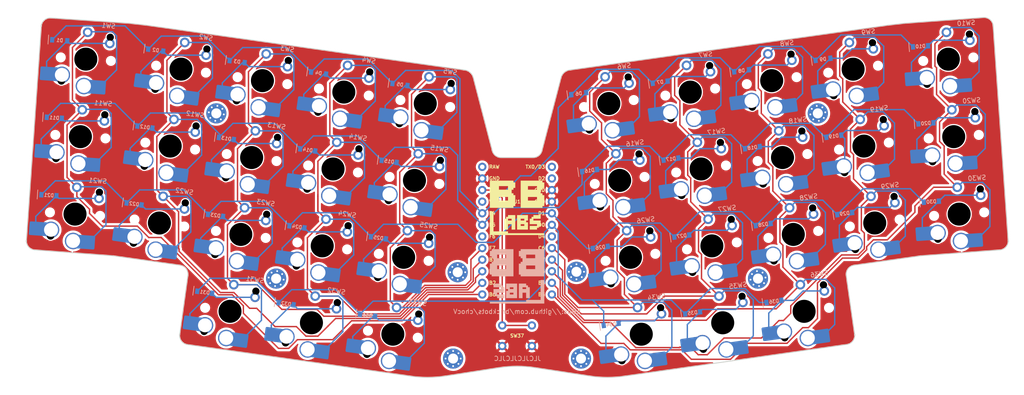
<source format=kicad_pcb>
(kicad_pcb (version 20240108) (generator "pcbnew") (generator_version "8.0")
  (layers (0 "F.Cu" signal) (31 "B.Cu" signal) (34 "B.Paste" user) (35 "F.Paste" user) (36 "B.SilkS" user "B.Silkscreen") (37 "F.SilkS" user "F.Silkscreen") (38 "B.Mask" user) (39 "F.Mask" user) (44 "Edge.Cuts" user))
  (net 0 "")
  (net 1 "Net-(D1-Pad2)")
  (net 2 "row1")
  (net 3 "Net-(D2-Pad2)")
  (net 4 "Net-(D3-Pad2)")
  (net 5 "Net-(D4-Pad2)")
  (net 6 "Net-(D5-Pad2)")
  (net 7 "Net-(D6-Pad2)")
  (net 8 "Net-(D7-Pad2)")
  (net 9 "Net-(D8-Pad2)")
  (net 10 "Net-(D9-Pad2)")
  (net 11 "Net-(D10-Pad2)")
  (net 12 "Net-(D11-Pad2)")
  (net 13 "row2")
  (net 14 "Net-(D12-Pad2)")
  (net 15 "Net-(D13-Pad2)")
  (net 16 "Net-(D14-Pad2)")
  (net 17 "Net-(D15-Pad2)")
  (net 18 "Net-(D16-Pad2)")
  (net 19 "Net-(D17-Pad2)")
  (net 20 "Net-(D18-Pad2)")
  (net 21 "Net-(D19-Pad2)")
  (net 22 "Net-(D20-Pad2)")
  (net 23 "Net-(D21-Pad2)")
  (net 24 "row3")
  (net 25 "Net-(D22-Pad2)")
  (net 26 "Net-(D23-Pad2)")
  (net 27 "Net-(D24-Pad2)")
  (net 28 "Net-(D25-Pad2)")
  (net 29 "Net-(D26-Pad2)")
  (net 30 "Net-(D27-Pad2)")
  (net 31 "Net-(D28-Pad2)")
  (net 32 "Net-(D29-Pad2)")
  (net 33 "Net-(D30-Pad2)")
  (net 34 "Net-(D31-Pad2)")
  (net 35 "row4")
  (net 36 "Net-(D32-Pad2)")
  (net 37 "Net-(D33-Pad2)")
  (net 38 "Net-(D34-Pad2)")
  (net 39 "Net-(D35-Pad2)")
  (net 40 "Net-(D36-Pad2)")
  (net 41 "Net-(H1-Pad1)")
  (net 42 "Net-(H2-Pad1)")
  (net 43 "Net-(H3-Pad1)")
  (net 44 "Net-(H4-Pad1)")
  (net 45 "Net-(H5-Pad1)")
  (net 46 "Net-(H6-Pad1)")
  (net 47 "Net-(H7-Pad1)")
  (net 48 "Net-(H8-Pad1)")
  (net 49 "col1")
  (net 50 "col2")
  (net 51 "col3")
  (net 52 "col4")
  (net 53 "col5")
  (net 54 "col6")
  (net 55 "col7")
  (net 56 "col8")
  (net 57 "col9")
  (net 58 "col10")
  (net 59 "GND")
  (net 60 "reset")
  (net 61 "Net-(U1-Pad1)")
  (net 62 "Net-(U1-Pad2)")
  (net 63 "VCC")
  (net 64 "Net-(U1-Pad24)")
  (net 65 "Net-(U1-Pad7)")
  (net 66 "Net-(U1-Pad18)")
  (footprint "Horizon:Mount_M2" (layer "F.Cu") (at 96 93)
    (property "Reference" "H1" (hide yes))
    (property "Value" "Hole_Pad" (hide yes))
  )
  (footprint "Horizon:Mount_M2" (layer "F.Cu") (at 123 74)
    (property "Reference" "H2" (hide yes))
    (property "Value" "Hole_Pad" (hide yes))
  )
  (footprint "Horizon:Mount_M2" (layer "F.Cu") (at 57.252521 75.49344 -8)
    (property "Reference" "H3" (hide yes))
    (property "Value" "Hole_Pad" (hide yes))
  )
  (footprint "Horizon:Mount_M2" (layer "F.Cu") (at 97 74.1)
    (property "Reference" "H4" (hide yes))
    (property "Value" "Hole_Pad" (hide yes))
  )
  (footprint "Horizon:Mount_M2" (layer "F.Cu") (at 162.747479 75.49344 8)
    (property "Reference" "H5" (hide yes))
    (property "Value" "Hole_Pad" (hide yes))
  )
  (footprint "Horizon:Mount_M2" (layer "F.Cu") (at 124 93)
    (property "Reference" "H6" (hide yes))
    (property "Value" "Hole_Pad" (hide yes))
  )
  (footprint "Horizon:Mount_M2" (layer "F.Cu") (at 175.840418 39.31921 8)
    (property "Reference" "H7" (hide yes))
    (property "Value" "Hole_Pad" (hide yes))
  )
  (footprint "keyswitches.pretty-master:SW_choc_v1v2_HSxSolder_1u_filets_MBK_blk fixxed flipped solder pads" (layer "F.Cu") (at 36.431532 29.639471 -8)
    (property "Reference" "SW2" (hide yes))
    (property "Value" "SW_Push" (hide yes))
  )
  (footprint "keyswitches.pretty-master:SW_choc_v1v2_HSxSolder_1u_filets_MBK_blk fixxed flipped solder pads" (layer "F.Cu") (at 54.254966 32.154489 -8)
    (property "Reference" "SW3" (hide yes))
    (property "Value" "SW_Push" (hide yes))
  )
  (footprint "keyswitches.pretty-master:SW_choc_v1v2_HSxSolder_1u_filets_MBK_blk fixxed flipped solder pads" (layer "F.Cu") (at 72.079791 34.659605 -8)
    (property "Reference" "SW4" (hide yes))
    (property "Value" "SW_Push" (hide yes))
  )
  (footprint "keyswitches.pretty-master:SW_choc_v1v2_HSxSolder_1u_filets_MBK_blk fixxed flipped solder pads" (layer "F.Cu") (at 89.904616 37.164721 -8)
    (property "Reference" "SW5" (hide yes))
    (property "Value" "SW_Push" (hide yes))
  )
  (footprint "keyswitches.pretty-master:SW_choc_v1v2_HSxSolder_1u_filets_MBK_blk fixxed flipped solder pads" (layer "F.Cu") (at 34.064198 46.48393 -8)
    (property "Reference" "SW12" (hide yes))
    (property "Value" "SW_Push" (hide yes))
  )
  (footprint "keyswitches.pretty-master:SW_choc_v1v2_HSxSolder_1u_filets_MBK_blk fixxed flipped solder pads" (layer "F.Cu") (at 51.889023 48.989046 -8)
    (property "Reference" "SW13" (hide yes))
    (property "Value" "SW_Push" (hide yes))
  )
  (footprint "keyswitches.pretty-master:SW_choc_v1v2_HSxSolder_1u_filets_MBK_blk fixxed flipped solder pads" (layer "F.Cu") (at 87.538673 53.999278 -8)
    (property "Reference" "SW15" (hide yes))
    (property "Value" "SW_Push" (hide yes))
  )
  (footprint "keyswitches.pretty-master:SW_choc_v1v2_HSxSolder_1u_filets_MBK_blk fixxed flipped solder pads" (layer "F.Cu") (at 13.217725 61.376106 -4)
    (property "Reference" "SW21" (hide yes))
    (property "Value" "SW_Push" (hide yes))
  )
  (footprint "keyswitches.pretty-master:SW_choc_v1v2_HSxSolder_1u_filets_MBK_blk fixxed flipped solder pads" (layer "F.Cu") (at 31.698255 63.318488 -8)
    (property "Reference" "SW22" (hide yes))
    (property "Value" "SW_Push" (hide yes))
  )
  (footprint "keyswitches.pretty-master:SW_choc_v1v2_HSxSolder_1u_filets_MBK_blk fixxed flipped solder pads" (layer "F.Cu") (at 49.52308 65.823603 -8)
    (property "Reference" "SW23" (hide yes))
    (property "Value" "SW_Push" (hide yes))
  )
  (footprint "keyswitches.pretty-master:SW_choc_v1v2_HSxSolder_1u_filets_MBK_blk fixxed flipped solder pads" (layer "F.Cu") (at 67.347905 68.328719 -8)
    (property "Reference" "SW24" (hide yes))
    (property "Value" "SW_Push" (hide yes))
  )
  (footprint "keyswitches.pretty-master:SW_choc_v1v2_HSxSolder_1u_filets_MBK_blk fixxed flipped solder pads" (layer "F.Cu") (at 85.172731 70.833835 -8)
    (property "Reference" "SW25" (hide yes))
    (property "Value" "SW_Push" (hide yes))
  )
  (footprint "keyswitches.pretty-master:SW_choc_v1v2_HSxSolder_1u_filets_MBK_blk fixxed flipped solder pads" (layer "F.Cu") (at 47.157137 82.658161 -8)
    (property "Reference" "SW31" (hide yes))
    (property "Value" "SW_Push" (hide yes))
  )
  (footprint "keyswitches.pretty-master:SW_choc_v1v2_HSxSolder_1u_filets_MBK_blk fixxed flipped solder pads" (layer "F.Cu") (at 64.981963 85.163276 -8)
    (property "Reference" "SW32" (hide yes))
    (property "Value" "SW_Push" (hide yes))
  )
  (footprint "keyswitches.pretty-master:SW_choc_v1v2_HSxSolder_1u_filets_MBK_blk fixxed flipped solder pads" (layer "F.Cu") (at 82.806788 87.668392 -8)
    (property "Reference" "SW33" (hide yes))
    (property "Value" "SW_Push" (hide yes))
  )
  (footprint "Horizon:SW_Push_6mm" (layer "F.Cu") (at 110 88 180)
    (property "Reference" "SW37")
    (property "Value" "Reset Switch")
  )
  (footprint "keyswitches.pretty-master:SW_choc_v1v2_HSxSolder_1u_filets_MBK_blk fixxed flipped solder pads" (layer "F.Cu") (at 69.713848 51.494162 -8)
    (property "Reference" "SW14" (hide yes))
    (property "Value" "SW_Push" (hide yes))
  )
  (footprint "keyswitches.pretty-master:SW_choc_v1v2_HSxSolder_1u_filets_MBK_blk fixxed flipped solder pads" (layer "F.Cu") (at 15.590142 27.448952 -4)
    (property "Reference" "SW1" (hide yes))
    (property "Value" "SW_Push" (hide yes))
  )
  (footprint "Horizon:Pro-Micro" (layer "F.Cu") (at 110 47)
    (property "Reference" "U1")
    (property "Value" "Pro-Micro" (hide yes))
  )
  (footprint "keyswitches.pretty-master:SW_choc_v1v2_HSxSolder_1u_filets_MBK_blk fixxed flipped solder pads" (layer "F.Cu") (at 170.47692 65.823603 8)
    (property "Reference" "SW28" (hide yes))
    (property "Value" "SW_Push" (hide yes))
  )
  (footprint "keyswitches.pretty-master:SW_choc_v1v2_HSxSolder_1u_filets_MBK_blk fixxed flipped solder pads" (layer "F.Cu") (at 188.301745 63.318488 8)
    (property "Reference" "SW29" (hide yes))
    (property "Value" "SW_Push" (hide yes))
  )
  (footprint "keyswitches.pretty-master:SW_choc_v1v2_HSxSolder_1u_filets_MBK_blk fixxed flipped solder pads" (layer "F.Cu") (at 206.782275 61.376106 4)
    (property "Reference" "SW30" (hide yes))
    (property "Value" "SW_Push" (hide yes))
  )
  (footprint "keyswitches.pretty-master:SW_choc_v1v2_HSxSolder_1u_filets_MBK_blk fixxed flipped solder pads" (layer "F.Cu") (at 137.193212 87.668392 8)
    (property "Reference" "SW34" (hide yes))
    (property "Value" "SW_Push" (hide yes))
  )
  (footprint "keyswitches.pretty-master:SW_choc_v1v2_HSxSolder_1u_filets_MBK_blk fixxed flipped solder pads" (layer "F.Cu") (at 155.018037 85.163276 8)
    (property "Reference" "SW35" (hide yes))
    (property "Value" "SW_Push" (hide yes))
  )
  (footprint "keyswitches.pretty-master:SW_choc_v1v2_HSxSolder_1u_filets_MBK_blk fixxed flipped solder pads" (layer "F.Cu") (at 172.842863 82.658161 8)
    (property "Reference" "SW36" (hide yes))
    (property "Value" "SW_Push" (hide yes))
  )
  (footprint "keyswitches.pretty-master:SW_choc_v1v2_HSxSolder_1u_filets_MBK_blk fixxed flipped solder pads" (layer "F.Cu") (at 152.652095 68.328719 8)
    (property "Reference" "SW27" (hide yes))
    (property "Value" "SW_Push" (hide yes))
  )
  (footprint "keyswitches.pretty-master:SW_choc_v1v2_HSxSolder_1u_filets_MBK_blk fixxed flipped solder pads" (layer "F.Cu") (at 134.827269 70.833835 8)
    (property "Reference" "SW26" (hide yes))
    (property "Value" "SW_Push" (hide yes))
  )
  (footprint "keyswitches.pretty-master:SW_choc_v1v2_HSxSolder_1u_filets_MBK_blk fixxed flipped solder pads" (layer "F.Cu") (at 205.596416 44.417517 4)
    (property "Reference" "SW20" (hide yes))
    (property "Value" "SW_Push" (hide yes))
  )
  (footprint "keyswitches.pretty-master:SW_choc_v1v2_HSxSolder_1u_filets_MBK_blk fixxed flipped solder pads" (layer "F.Cu") (at 185.935802 46.48393 8)
    (property "Reference" "SW19" (hide yes))
    (property "Value" "SW_Push" (hide yes))
  )
  (footprint "keyswitches.pretty-master:SW_choc_v1v2_HSxSolder_1u_filets_MBK_blk fixxed flipped solder pads" (layer "F.Cu") (at 150.286152 51.494162 8)
    (property "Reference" "SW17" (hide yes))
    (property "Value" "SW_Push" (hide yes))
  )
  (footprint "keyswitches.pretty-master:SW_choc_v1v2_HSxSolder_1u_filets_MBK_blk fixxed flipped solder pads" (layer "F.Cu") (at 168.110977 48.989046 8)
    (property "Reference" "SW18" (hide yes))
    (property "Value" "SW_Push" (hide yes))
  )
  (footprint "keyswitches.pretty-master:SW_choc_v1v2_HSxSolder_1u_filets_MBK_blk fixxed flipped solder pads" (layer "F.Cu") (at 132.461327 53.999278 8)
    (property "Reference" "SW16" (hide yes))
    (property "Value" "SW_Push" (hide yes))
  )
  (footprint "keyswitches.pretty-master:SW_choc_v1v2_HSxSolder_1u_filets_MBK_blk fixxed flipped solder pads" (layer "F.Cu") (at 204.410556 27.458928 4)
    (property "Reference" "SW10" (hide yes))
    (property "Value" "SW_Push" (hide yes))
  )
  (footprint "keyswitches.pretty-master:SW_choc_v1v2_HSxSolder_1u_filets_MBK_blk fixxed flipped solder pads" (layer "F.Cu") (at 165.745034 32.154489 8)
    (property "Reference" "SW8" (hide yes))
    (property "Value" "SW_Push" (hide yes))
  )
  (footprint "keyswitches.pretty-master:SW_choc_v1v2_HSxSolder_1u_filets_MBK_blk fixxed flipped solder pads" (layer "F.Cu") (at 147.920209 34.659605 8)
    (property "Reference" "SW7" (hide yes))
    (property "Value" "SW_Push" (hide yes))
  )
  (footprint "keyswitches.pretty-master:SW_choc_v1v2_HSxSolder_1u_filets_MBK_blk fixxed flipped solder pads" (layer "F.Cu") (at 130.095384 37.164721 8)
    (property "Reference" "SW6" (hide yes))
    (property "Value" "SW_Push" (hide yes))
  )
  (footprint "Horizon:Mount_M2" (layer "F.Cu") (at 44.159582 39.31921 -8)
    (property "Reference" "H8" (hide yes))
    (property "Value" "Hole_Pad" (hide yes))
  )
  (footprint "keyswitches.pretty-master:SW_choc_v1v2_HSxSolder_1u_filets_MBK_blk fixxed flipped solder pads" (layer "F.Cu") (at 183.56986 29.649373 8)
    (property "Reference" "SW9" (hide yes))
    (property "Value" "SW_Push" (hide yes))
  )
  (footprint "keyswitches.pretty-master:SW_choc_v1v2_HSxSolder_1u_filets_MBK_blk fixxed flipped solder pads" (layer "F.Cu") (at 14.403584 44.417517 -4)
    (property "Reference" "SW11" (hide yes))
    (property "Value" "SW_Push" (hide yes))
  )
  (footprint "rsu_graphics:bblabs_logo_sml" (layer "F.Cu") (at 110 60)
    (property "Reference" "LOGO1" (hide yes))
    (property "Value" "LOGO" (hide yes))
  )
  (footprint "Horizon:D_SOD-123" (layer "B.Cu") (at 9.87172 23.328498 -4)
    (property "Reference" "D1")
    (property "Value" "D" (hide yes))
  )
  (footprint "Horizon:D_SOD-123" (layer "B.Cu") (at 30.891467 25.484652 -8)
    (property "Reference" "D2")
    (property "Value" "D" (hide yes))
  )
  (footprint "Horizon:D_SOD-123" (layer "B.Cu") (at 48.716292 27.989768 -8)
    (property "Reference" "D3")
    (property "Value" "D" (hide yes))
  )
  (footprint "Horizon:D_SOD-123" (layer "B.Cu") (at 66.541117 30.494884 -8)
    (property "Reference" "D4")
    (property "Value" "D" (hide yes))
  )
  (footprint "Horizon:D_SOD-123" (layer "B.Cu") (at 84.365942 33 -8)
    (property "Reference" "D5")
    (property "Value" "D" (hide yes))
  )
  (footprint "Horizon:D_SOD-123" (layer "B.Cu") (at 8.68586 40.287087 -4)
    (property "Reference" "D11")
    (property "Value" "D" (hide yes))
  )
  (footprint "Horizon:D_SOD-123" (layer "B.Cu") (at 28.525524 42.319209 -8)
    (property "Reference" "D12")
    (property "Value" "D" (hide yes))
  )
  (footprint "Horizon:D_SOD-123" (layer "B.Cu") (at 46.350349 44.824325 -8)
    (property "Reference" "D13")
    (property "Value" "D" (hide yes))
  )
  (footprint "Horizon:D_SOD-123" (layer "B.Cu") (at 64.175174 47.329441 -8)
    (property "Reference" "D14")
    (property "Value" "D" (hide yes))
  )
  (footprint "Horizon:D_SOD-123" (layer "B.Cu") (at 82 49.834557 -8)
    (property "Reference" "D15")
    (property "Value" "D" (hide yes))
  )
  (footprint "Horizon:D_SOD-123" (layer "B.Cu") (at 7.5 57.245676 -4)
    (property "Reference" "D21")
    (property "Value" "D" (hide yes))
  )
  (footprint "Horizon:D_SOD-123" (layer "B.Cu") (at 26.159581 59.153766 -8)
    (property "Reference" "D22")
    (property "Value" "D" (hide yes))
  )
  (footprint "Horizon:D_SOD-123" (layer "B.Cu") (at 43.984407 61.658882 -8)
    (property "Reference" "D23")
    (property "Value" "D" (hide yes))
  )
  (footprint "Horizon:D_SOD-123" (layer "B.Cu") (at 61.809232 64.163998 -8)
    (property "Reference" "D24")
    (property "Value" "D" (hide yes))
  )
  (footprint "Horizon:D_SOD-123" (layer "B.Cu") (at 79.647974 66.570087 -8)
    (property "Reference" "D25")
    (property "Value" "D" (hide yes))
  )
  (footprint "Horizon:D_SOD-123" (layer "B.Cu") (at 41.618464 78.493439 -8)
    (property "Reference" "D31")
    (property "Value" "D" (hide yes))
  )
  (footprint "Horizon:D_SOD-123" (layer "B.Cu") (at 59.443289 80.998555 -8)
    (property "Reference" "D32")
    (property "Value" "D" (hide yes))
  )
  (footprint "Horizon:D_SOD-123" (layer "B.Cu") (at 77.268114 83.503671 -8)
    (property "Reference" "D33")
    (property "Value" "D" (hide yes))
  )
  (footprint "Horizon:D_SOD-123" (layer "B.Cu") (at 130.597828 85.503671 8)
    (property "Reference" "D34")
    (property "Value" "D" (hide yes))
  )
  (footprint "Horizon:D_SOD-123" (layer "B.Cu") (at 148.422653 82.998555 8)
    (property "Reference" "D35")
    (property "Value" "D" (hide yes))
  )
  (footprint "Horizon:D_SOD-123" (layer "B.Cu") (at 166.247478 80.493439 8)
    (property "Reference" "D36")
    (property "Value" "D" (hide yes))
  )
  (footprint "Horizon:D_SOD-123" (layer "B.Cu") (at 181.720278 61.252793 8)
    (property "Reference" "D29")
    (property "Value" "D" (hide yes))
  )
  (footprint "Horizon:D_SOD-123" (layer "B.Cu") (at 200.69981 58.658101 4)
    (property "Reference" "D30")
    (property "Value" "D" (hide yes))
  )
  (footprint "Horizon:D_SOD-123" (layer "B.Cu") (at 163.881535 63.658882 8)
    (property "Reference" "D28")
    (property "Value" "D" (hide yes))
  )
  (footprint "Horizon:D_SOD-123" (layer "B.Cu") (at 146.05671 66.163998 8)
    (property "Reference" "D27")
    (property "Value" "D" (hide yes))
  )
  (footprint "Horizon:D_SOD-123" (layer "B.Cu") (at 128.231885 68.669114 8)
    (property "Reference" "D26")
    (property "Value" "D" (hide yes))
  )
  (footprint "Horizon:D_SOD-123" (layer "B.Cu") (at 179.340418 44.319209 8)
    (property "Reference" "D19")
    (property "Value" "D" (hide yes))
  )
  (footprint "Horizon:D_SOD-123" (layer "B.Cu") (at 199.5 41.5 4)
    (property "Reference" "D20")
    (property "Value" "D" (hide yes))
  )
  (footprint "Horizon:D_SOD-123" (layer "B.Cu") (at 125.865942 51.834557 8)
    (property "Reference" "D16")
    (property "Value" "D" (hide yes))
  )
  (footprint "Horizon:D_SOD-123" (layer "B.Cu") (at 143.690768 49.329441 8)
    (property "Reference" "D17")
    (property "Value" "D" (hide yes))
  )
  (footprint "Horizon:D_SOD-123" (layer "B.Cu") (at 161.515593 46.824325 8)
    (property "Reference" "D18")
    (property "Value" "D" (hide yes))
  )
  (footprint "Horizon:D_SOD-123" (layer "B.Cu") (at 159.14965 29.989768 8)
    (property "Reference" "D8")
    (property "Value" "D" (hide yes))
  )
  (footprint "Horizon:D_SOD-123" (layer "B.Cu") (at 198.321115 24.641167 4)
    (property "Reference" "D10")
    (property "Value" "D" (hide yes))
  )
  (footprint "Horizon:D_SOD-123" (layer "B.Cu") (at 141.324825 32.494884 8)
    (property "Reference" "D7")
    (property "Value" "D" (hide yes))
  )
  (footprint "Horizon:D_SOD-123" (layer "B.Cu") (at 123.5 35 8)
    (property "Reference" "D6")
    (property "Value" "D" (hide yes))
  )
  (footprint "Horizon:D_SOD-123" (layer "B.Cu") (at 176.974475 27.484652 8)
    (property "Reference" "D9")
    (property "Value" "D" (hide yes))
  )
  (footprint "rsu_graphics:bblabs_logo_sml" (layer "B.Cu") (at 110 75 180)
    (property "Reference" "LOGO2" (hide yes))
    (property "Value" "LOGO" (hide yes))
  )
  (gr_arc (start 5.828886 20.288337) (mid 6.508193 18.92088) (end 7.954456 18.431267) (stroke (width 0.2)) (layer "Edge.Cuts"))
  (gr_curve (pts (xy 100.44494 31.589526) (xy 100.21487 30.577866) (xy 99.336552 29.845082) (xy 98.30004 29.800026)) (stroke (width 0.2)) (layer "Edge.Cuts"))
  (gr_arc (start 212.091966 18.327) (mid 213.552059 18.813109) (end 214.234788 20.192264) (stroke (width 0.2)) (layer "Edge.Cuts"))
  (gr_line (start 121.74494 29.800026) (end 191.30004 20.000026) (stroke (width 0.2)) (layer "Edge.Cuts"))
  (gr_line (start 5.853049 19.940743) (end 5.828886 20.288337) (stroke (width 0.2)) (layer "Edge.Cuts"))
  (gr_curve (pts (xy 113.51834 49.000026) (xy 114.518505 49.000044) (xy 115.364918 48.261222) (xy 115.50004 47.270226)) (stroke (width 0.2)) (layer "Edge.Cuts"))
  (gr_line (start 106.50004 49.000026) (end 113.51834 49.000026) (stroke (width 0.2)) (layer "Edge.Cuts"))
  (gr_line (start 181.04394 90.070226) (end 182.197523 89.907541) (stroke (width 0.2)) (layer "Edge.Cuts"))
  (gr_line (start 183.93754 87.923689) (end 183.898642 87.64787) (stroke (width 0.2)) (layer "Edge.Cuts"))
  (gr_arc (start 36.228008 72.562944) (mid 37.546759 73.340735) (end 37.929037 74.823276) (stroke (width 0.2)) (layer "Edge.Cuts"))
  (gr_line (start 115.50004 47.270226) (end 119.60014 31.589526) (stroke (width 0.2)) (layer "Edge.Cuts"))
  (gr_line (start 38.999784 90.099981) (end 39.00004 90.100026) (stroke (width 0.2)) (layer "Edge.Cuts"))
  (gr_arc (start 4.42193 69.211667) (mid 3.059051 68.525886) (end 2.57632 67.078576) (stroke (width 0.2)) (layer "Edge.Cuts"))
  (gr_curve (pts (xy 125.80004 96.800026) (xy 128.449855 97.223996) (xy 131.150225 97.223996) (xy 133.80004 96.800026)) (stroke (width 0.2)) (layer "Edge.Cuts"))
  (gr_line (start 25.10004 19.600026) (end 8.96314 18.500026) (stroke (width 0.2)) (layer "Edge.Cuts"))
  (gr_line (start 5.853049 19.940743) (end 2.553049 67.413343) (stroke (width 0.2)) (layer "Edge.Cuts"))
  (gr_arc (start 182.070989 74.822642) (mid 182.455964 73.33727) (end 183.780053 72.561819) (stroke (width 0.2)) (layer "Edge.Cuts"))
  (gr_line (start 211.10004 18.400026) (end 212.091966 18.327) (stroke (width 0.2)) (layer "Edge.Cuts"))
  (gr_line (start 8.96314 18.500026) (end 7.954456 18.431267) (stroke (width 0.2)) (layer "Edge.Cuts"))
  (gr_line (start 28.70004 20.000026) (end 25.10004 19.600026) (stroke (width 0.2)) (layer "Edge.Cuts"))
  (gr_curve (pts (xy 86.40004 96.800026) (xy 89.049855 97.223996) (xy 91.750225 97.223996) (xy 94.40004 96.800026)) (stroke (width 0.2)) (layer "Edge.Cuts"))
  (gr_line (start 182.09724 75.008789) (end 183.93754 87.923689) (stroke (width 0.2)) (layer "Edge.Cuts"))
  (gr_line (start 36.105805 87.958004) (end 36.145341 87.677662) (stroke (width 0.2)) (layer "Edge.Cuts"))
  (gr_line (start 191.30004 20.000026) (end 194.80004 19.600026) (stroke (width 0.2)) (layer "Edge.Cuts"))
  (gr_arc (start 217.523503 67.07791) (mid 217.042572 68.524481) (end 215.681958 69.211933) (stroke (width 0.2)) (layer "Edge.Cuts"))
  (gr_arc (start 183.898642 87.64787) (mid 183.516075 89.130003) (end 182.197523 89.907541) (stroke (width 0.2)) (layer "Edge.Cuts"))
  (gr_line (start 21.60004 70.500026) (end 36.228008 72.562944) (stroke (width 0.2)) (layer "Edge.Cuts"))
  (gr_arc (start 37.846436 89.93733) (mid 36.527895 89.159805) (end 36.145341 87.677662) (stroke (width 0.2)) (layer "Edge.Cuts"))
  (gr_line (start 28.70004 20.000026) (end 98.30004 29.800026) (stroke (width 0.2)) (layer "Edge.Cuts"))
  (gr_line (start 94.40004 96.800026) (end 106.00004 95.000026) (stroke (width 0.2)) (layer "Edge.Cuts"))
  (gr_line (start 183.780053 72.561819) (end 198.40004 70.500026) (stroke (width 0.2)) (layer "Edge.Cuts"))
  (gr_line (start 133.80004 96.800026) (end 181.04394 90.070226) (stroke (width 0.2)) (layer "Edge.Cuts"))
  (gr_line (start 214.210076 19.839961) (end 214.234788 20.192264) (stroke (width 0.2)) (layer "Edge.Cuts"))
  (gr_line (start 217.546976 67.412561) (end 214.210076 19.839961) (stroke (width 0.2)) (layer "Edge.Cuts"))
  (gr_line (start 211.10004 18.400026) (end 194.80004 19.600026) (stroke (width 0.2)) (layer "Edge.Cuts"))
  (gr_line (start 5.60004 69.300026) (end 4.42193 69.211667) (stroke (width 0.2)) (layer "Edge.Cuts"))
  (gr_line (start 198.40004 70.500026) (end 214.50004 69.300026) (stroke (width 0.2)) (layer "Edge.Cuts"))
  (gr_line (start 214.50004 69.300026) (end 215.681958 69.211933) (stroke (width 0.2)) (layer "Edge.Cuts"))
  (gr_curve (pts (xy 104.51834 47.270226) (xy 104.653462 48.261222) (xy 105.499875 49.000044) (xy 106.50004 49.000026)) (stroke (width 0.2)) (layer "Edge.Cuts"))
  (gr_line (start 217.546976 67.412561) (end 217.523503 67.07791) (stroke (width 0.2)) (layer "Edge.Cuts"))
  (gr_line (start 37.929037 74.823276) (end 37.929066 74.82328) (stroke (width 0.2)) (layer "Edge.Cuts"))
  (gr_line (start 114.00004 95.000026) (end 125.80004 96.800026) (stroke (width 0.2)) (layer "Edge.Cuts"))
  (gr_line (start 37.902205 75.013304) (end 36.105805 87.958004) (stroke (width 0.2)) (layer "Edge.Cuts"))
  (gr_curve (pts (xy 121.74494 29.800026) (xy 120.708453 29.845092) (xy 119.83017 30.577882) (xy 119.60014 31.589526)) (stroke (width 0.2)) (layer "Edge.Cuts"))
  (gr_line (start 21.60004 70.500026) (end 5.60004 69.300026) (stroke (width 0.2)) (layer "Edge.Cuts"))
  (gr_line (start 37.902205 75.013304) (end 37.929066 74.82328) (stroke (width 0.2)) (layer "Edge.Cuts"))
  (gr_line (start 38.999784 90.099981) (end 37.846436 89.93733) (stroke (width 0.2)) (layer "Edge.Cuts"))
  (gr_line (start 28.7 20) (end 25.1 19.6) (stroke (width 0.05)) (layer "Edge.Cuts"))
  (gr_line (start 100.44494 31.589526) (end 104.51834 47.270226) (stroke (width 0.2)) (layer "Edge.Cuts"))
  (gr_curve (pts (xy 114.00004 95.000026) (xy 111.350225 94.576056) (xy 108.649855 94.576056) (xy 106.00004 95.000026)) (stroke (width 0.2)) (layer "Edge.Cuts"))
  (gr_line (start 2.553049 67.413343) (end 2.57632 67.078576) (stroke (width 0.2)) (layer "Edge.Cuts"))
  (gr_line (start 182.09724 75.008789) (end 182.070989 74.822642) (stroke (width 0.2)) (layer "Edge.Cuts"))
  (gr_line (start 39.00004 90.100026) (end 86.40004 96.800026) (stroke (width 0.2)) (layer "Edge.Cuts"))
  (gr_text "https://github.com/brickbots/chocV" (at 110 82.7 0) (layer "B.SilkS") (effects (font (size 1 1)) (justify mirror)))
  (gr_text "JLCJLCJLCJLC" (at 110.1 93 0) (layer "B.SilkS") (effects (font (size 1 1)) (justify mirror)))
  (segment (start 11.517701 23.443596) (end 7.003882 27.957415) (width 0.3) (layer "B.Cu") (net 1))
  (segment (start 12.081097 24.006992) (end 11.517701 23.443596) (width 0.3) (layer "B.Cu") (net 1))
  (segment (start 7.003882 27.957415) (end 7.003882 30.607699) (width 0.3) (layer "B.Cu") (net 1))
  (segment (start 20.843037 24.006992) (end 12.081097 24.006992) (width 0.3) (layer "B.Cu") (net 1))
  (segment (start 102.38 61.19) (end 97.5 56.31) (width 0.3) (layer "B.Cu") (net 2))
  (segment (start 119 47) (end 119 38.095694) (width 0.3) (layer "B.Cu") (net 2))
  (segment (start 24.165833 20.163324) (end 11.275815 20.163324) (width 0.3) (layer "B.Cu") (net 2))
  (segment (start 102.38 61.19) (end 102.555895 61.19) (width 0.3) (layer "B.Cu") (net 2))
  (segment (start 154.460163 27.163859) (end 157.515708 30.219404) (width 0.3) (layer "B.Cu") (net 2))
  (segment (start 157.515708 30.219404) (end 163.076369 24.658743) (width 0.3) (layer "B.Cu") (net 2))
  (segment (start 97.5 31.737367) (end 95.684772 29.922139) (width 0.3) (layer "B.Cu") (net 2))
  (segment (start 139.690883 32.72452) (end 145.251543 27.163859) (width 0.3) (layer "B.Cu") (net 2))
  (segment (start 85.580225 29.922139) (end 82.732 32.770364) (width 0.3) (layer "B.Cu") (net 2))
  (segment (start 49.930575 24.911907) (end 47.08235 27.760132) (width 0.3) (layer "B.Cu") (net 2))
  (segment (start 113 53) (end 119 47) (width 0.3) (layer "B.Cu") (net 2))
  (segment (start 64.907175 30.265248) (end 59.553834 24.911907) (width 0.3) (layer "B.Cu") (net 2))
  (segment (start 194.072495 22.153627) (end 196.675134 24.756265) (width 0.3) (layer "B.Cu") (net 2))
  (segment (start 102.555895 61.19) (end 110.745895 53) (width 0.3) (layer "B.Cu") (net 2))
  (segment (start 41.719107 22.396889) (end 32.115652 22.396889) (width 0.3) (layer "B.Cu") (net 2))
  (segment (start 59.553834 24.911907) (end 49.930575 24.911907) (width 0.3) (layer "B.Cu") (net 2))
  (segment (start 127.426719 29.668975) (end 136.635338 29.668975) (width 0.3) (layer "B.Cu") (net 2))
  (segment (start 110.745895 53) (end 113 53) (width 0.3) (layer "B.Cu") (net 2))
  (segment (start 77.378659 27.417023) (end 67.7554 27.417023) (width 0.3) (layer "B.Cu") (net 2))
  (segment (start 82.732 32.770364) (end 77.378659 27.417023) (width 0.3) (layer "B.Cu") (net 2))
  (segment (start 136.635338 29.668975) (end 139.690883 32.72452) (width 0.3) (layer "B.Cu") (net 2))
  (segment (start 172.284988 24.658743) (end 175.340533 27.714288) (width 0.3) (layer "B.Cu") (net 2))
  (segment (start 47.08235 27.760132) (end 41.719107 22.396889) (width 0.3) (layer "B.Cu") (net 2))
  (segment (start 163.076369 24.658743) (end 172.284988 24.658743) (width 0.3) (layer "B.Cu") (net 2))
  (segment (start 119 38.095694) (end 121.866058 35.229636) (width 0.3) (layer "B.Cu") (net 2))
  (segment (start 29.257525 25.255016) (end 24.165833 20.163324) (width 0.3) (layer "B.Cu") (net 2))
  (segment (start 32.115652 22.396889) (end 29.257525 25.255016) (width 0.3) (layer "B.Cu") (net 2))
  (segment (start 95.684772 29.922139) (end 85.580225 29.922139) (width 0.3) (layer "B.Cu") (net 2))
  (segment (start 97.5 56.31) (end 97.5 31.737367) (width 0.3) (layer "B.Cu") (net 2))
  (segment (start 145.251543 27.163859) (end 154.460163 27.163859) (width 0.3) (layer "B.Cu") (net 2))
  (segment (start 11.275815 20.163324) (end 8.225739 23.2134) (width 0.3) (layer "B.Cu") (net 2))
  (segment (start 180.901194 22.153627) (end 194.072495 22.153627) (width 0.3) (layer "B.Cu") (net 2))
  (segment (start 67.7554 27.417023) (end 64.907175 30.265248) (width 0.3) (layer "B.Cu") (net 2))
  (segment (start 121.866058 35.229636) (end 127.426719 29.668975) (width 0.3) (layer "B.Cu") (net 2))
  (segment (start 175.340533 27.714288) (end 180.901194 22.153627) (width 0.3) (layer "B.Cu") (net 2))
  (segment (start 33.38344 26.572319) (end 32.525409 25.714288) (width 0.3) (layer "B.Cu") (net 3))
  (segment (start 32.525409 25.714288) (end 32.070987 25.714288) (width 0.3) (layer "B.Cu") (net 3))
  (segment (start 41.91173 26.572319) (end 33.38344 26.572319) (width 0.3) (layer "B.Cu") (net 3))
  (segment (start 27.645845 30.13943) (end 27.645845 32.191577) (width 0.3) (layer "B.Cu") (net 3))
  (segment (start 32.070987 25.714288) (end 27.645845 30.13943) (width 0.3) (layer "B.Cu") (net 3))
  (segment (start 59.735164 29.087337) (end 51.218167 29.087337) (width 0.3) (layer "B.Cu") (net 4))
  (segment (start 51.218167 29.087337) (end 50.350234 28.219404) (width 0.3) (layer "B.Cu") (net 4))
  (segment (start 49.895812 28.219404) (end 45.469279 32.645937) (width 0.3) (layer "B.Cu") (net 4))
  (segment (start 45.469279 32.645937) (end 45.469279 34.706595) (width 0.3) (layer "B.Cu") (net 4))
  (segment (start 50.350234 28.219404) (end 49.895812 28.219404) (width 0.3) (layer "B.Cu") (net 4))
  (segment (start 68.175059 30.72452) (end 67.720637 30.72452) (width 0.3) (layer "B.Cu") (net 5))
  (segment (start 69.042992 31.592453) (end 68.175059 30.72452) (width 0.3) (layer "B.Cu") (net 5))
  (segment (start 67.720637 30.72452) (end 63.294104 35.151053) (width 0.3) (layer "B.Cu") (net 5))
  (segment (start 77.559989 31.592453) (end 69.042992 31.592453) (width 0.3) (layer "B.Cu") (net 5))
  (segment (start 63.294104 35.151053) (end 63.294104 37.211711) (width 0.3) (layer "B.Cu") (net 5))
  (segment (start 81.118929 37.656169) (end 81.118929 39.716827) (width 0.3) (layer "B.Cu") (net 6))
  (segment (start 86.867817 34.097569) (end 85.999884 33.229636) (width 0.3) (layer "B.Cu") (net 6))
  (segment (start 95.384814 34.097569) (end 86.867817 34.097569) (width 0.3) (layer "B.Cu") (net 6))
  (segment (start 85.545462 33.229636) (end 81.118929 37.656169) (width 0.3) (layer "B.Cu") (net 6))
  (segment (start 85.999884 33.229636) (end 85.545462 33.229636) (width 0.3) (layer "B.Cu") (net 6))
  (segment (start 122.353495 37.550811) (end 125.133942 34.770364) (width 0.3) (layer "B.Cu") (net 7))
  (segment (start 122.353495 42.039626) (end 122.353495 37.550811) (width 0.3) (layer "B.Cu") (net 7))
  (segment (start 126.148468 33.755838) (end 125.133942 34.770364) (width 0.3) (layer "B.Cu") (net 7))
  (segment (start 134.517867 32.705838) (end 133.467867 33.755838) (width 0.3) (layer "B.Cu") (net 7))
  (segment (start 133.467867 33.755838) (end 126.148468 33.755838) (width 0.3) (layer "B.Cu") (net 7))
  (segment (start 152.342692 30.200722) (end 151.292692 31.250722) (width 0.3) (layer "B.Cu") (net 8))
  (segment (start 140.17832 35.045695) (end 142.958767 32.265248) (width 0.3) (layer "B.Cu") (net 8))
  (segment (start 140.17832 39.53451) (end 140.17832 35.045695) (width 0.3) (layer "B.Cu") (net 8))
  (segment (start 151.292692 31.250722) (end 143.973293 31.250722) (width 0.3) (layer "B.Cu") (net 8))
  (segment (start 143.973293 31.250722) (end 142.958767 32.265248) (width 0.3) (layer "B.Cu") (net 8))
  (segment (start 161.798118 28.745606) (end 160.783592 29.760132) (width 0.3) (layer "B.Cu") (net 9))
  (segment (start 158.003145 32.540579) (end 160.783592 29.760132) (width 0.3) (layer "B.Cu") (net 9))
  (segment (start 158.003145 37.029394) (end 158.003145 32.540579) (width 0.3) (layer "B.Cu") (net 9))
  (segment (start 170.167517 27.695606) (end 169.117517 28.745606) (width 0.3) (layer "B.Cu") (net 9))
  (segment (start 169.117517 28.745606) (end 161.798118 28.745606) (width 0.3) (layer "B.Cu") (net 9))
  (segment (start 183.344939 25.19049) (end 181.280413 27.255016) (width 0.3) (layer "B.Cu") (net 10))
  (segment (start 187.992343 25.19049) (end 183.344939 25.19049) (width 0.3) (layer "B.Cu") (net 10))
  (segment (start 175.827971 30.035462) (end 178.608417 27.255016) (width 0.3) (layer "B.Cu") (net 10))
  (segment (start 181.280413 27.255016) (end 178.608417 27.255016) (width 0.3) (layer "B.Cu") (net 10))
  (segment (start 175.827971 34.524278) (end 175.827971 30.035462) (width 0.3) (layer "B.Cu") (net 10))
  (segment (start 201.173762 23.319403) (end 199.967096 24.526069) (width 0.3) (layer "B.Cu") (net 11))
  (segment (start 209.133302 23.319403) (end 201.173762 23.319403) (width 0.3) (layer "B.Cu") (net 11))
  (segment (start 196.34747 28.145695) (end 199.967096 24.526069) (width 0.3) (layer "B.Cu") (net 11))
  (segment (start 196.34747 31.781911) (end 196.34747 28.145695) (width 0.3) (layer "B.Cu") (net 11))
  (segment (start 5.817324 44.916702) (end 5.817324 47.576264) (width 0.3) (layer "B.Cu") (net 12))
  (segment (start 19.656479 40.975557) (end 10.905213 40.975557) (width 0.3) (layer "B.Cu") (net 12))
  (segment (start 10.905213 40.975557) (end 10.331841 40.402185) (width 0.3) (layer "B.Cu") (net 12))
  (segment (start 10.331841 40.402185) (end 5.817324 44.916702) (width 0.3) (layer "B.Cu") (net 12))
  (segment (start 62.541232 47.099805) (end 56.941427 41.5) (width 0.3) (layer "B.Cu") (net 13))
  (segment (start 119.160001 59.939999) (end 106.170001 59.939999) (width 0.3) (layer "B.Cu") (net 13))
  (segment (start 45.155548 44.155548) (end 40.241348 39.241348) (width 0.3) (layer "B.Cu") (net 13))
  (segment (start 80.366058 49.604921) (end 75.012717 44.25158) (width 0.3) (layer "B.Cu") (net 13))
  (segment (start 47.811096 41.5) (end 45.155548 44.155548) (width 0.3) (layer "B.Cu") (net 13))
  (segment (start 177.706476 44.548845) (end 183.767137 38.488184) (width 0.3) (layer "B.Cu") (net 13))
  (segment (start 45.155548 44.155548) (end 44.716407 44.594689) (width 0.3) (layer "B.Cu") (net 13))
  (segment (start 97 48.5) (end 95.256696 46.756696) (width 0.3) (layer "B.Cu") (net 13))
  (segment (start 10.079979 37.131889) (end 7.039879 40.171989) (width 0.3) (layer "B.Cu") (net 13))
  (segment (start 95.256696 46.756696) (end 83.214283 46.756696) (width 0.3) (layer "B.Cu") (net 13))
  (segment (start 177.463808 44.548845) (end 174.408263 41.4933) (width 0.3) (layer "B.Cu") (net 13))
  (segment (start 75.012717 44.25158) (end 65.389457 44.25158) (width 0.3) (layer "B.Cu") (net 13))
  (segment (start 129.792661 46.503532) (end 139.001281 46.503532) (width 0.3) (layer "B.Cu") (net 13))
  (segment (start 139.001281 46.503532) (end 142.056826 49.559077) (width 0.3) (layer "B.Cu") (net 13))
  (segment (start 26.891582 42.089573) (end 21.933898 37.131889) (width 0.3) (layer "B.Cu") (net 13))
  (segment (start 177.706476 44.548845) (end 177.463808 44.548845) (width 0.3) (layer "B.Cu") (net 13))
  (segment (start 56.941427 41.5) (end 47.811096 41.5) (width 0.3) (layer "B.Cu") (net 13))
  (segment (start 65.389457 44.25158) (end 62.541232 47.099805) (width 0.3) (layer "B.Cu") (net 13))
  (segment (start 29.739807 39.241348) (end 26.891582 42.089573) (width 0.3) (layer "B.Cu") (net 13))
  (segment (start 124.232 52.064193) (end 129.792661 46.503532) (width 0.3) (layer "B.Cu") (net 13))
  (segment (start 165.442312 41.4933) (end 174.408263 41.4933) (width 0.3) (layer "B.Cu") (net 13))
  (segment (start 142.056826 49.559077) (end 147.617487 43.998416) (width 0.3) (layer "B.Cu") (net 13))
  (segment (start 159.881651 47.053961) (end 165.442312 41.4933) (width 0.3) (layer "B.Cu") (net 13))
  (segment (start 102.38 63.73) (end 97 58.35) (width 0.3) (layer "B.Cu") (net 13))
  (segment (start 147.617487 43.998416) (end 156.826106 43.998416) (width 0.3) (layer "B.Cu") (net 13))
  (segment (start 119.160001 59.939999) (end 124.232 54.868) (width 0.3) (layer "B.Cu") (net 13))
  (segment (start 156.826106 43.998416) (end 159.881651 47.053961) (width 0.3) (layer "B.Cu") (net 13))
  (segment (start 124.232 54.868) (end 124.232 52.064193) (width 0.3) (layer "B.Cu") (net 13))
  (segment (start 194.727105 38.488184) (end 197.854019 41.615098) (width 0.3) (layer "B.Cu") (net 13))
  (segment (start 83.214283 46.756696) (end 80.366058 49.604921) (width 0.3) (layer "B.Cu") (net 13))
  (segment (start 97 58.35) (end 97 48.5) (width 0.3) (layer "B.Cu") (net 13))
  (segment (start 183.767137 38.488184) (end 194.727105 38.488184) (width 0.3) (layer "B.Cu") (net 13))
  (segment (start 21.933898 37.131889) (end 10.079979 37.131889) (width 0.3) (layer "B.Cu") (net 13))
  (segment (start 106.170001 59.939999) (end 102.38 63.73) (width 0.3) (layer "B.Cu") (net 13))
  (segment (start 40.241348 39.241348) (end 29.739807 39.241348) (width 0.3) (layer "B.Cu") (net 13))
  (segment (start 30.159466 42.548845) (end 29.705044 42.548845) (width 0.3) (layer "B.Cu") (net 14))
  (segment (start 39.544396 43.416778) (end 31.027399 43.416778) (width 0.3) (layer "B.Cu") (net 14))
  (segment (start 31.027399 43.416778) (end 30.159466 42.548845) (width 0.3) (layer "B.Cu") (net 14))
  (segment (start 29.705044 42.548845) (end 25.278511 46.975378) (width 0.3) (layer "B.Cu") (net 14))
  (segment (start 25.278511 46.975378) (end 25.278511 49.036036) (width 0.3) (layer "B.Cu") (net 14))
  (segment (start 57.369221 45.921894) (end 48.852224 45.921894) (width 0.3) (layer "B.Cu") (net 15))
  (segment (start 47.529869 45.053961) (end 43.103336 49.480494) (width 0.3) (layer "B.Cu") (net 15))
  (segment (start 43.103336 49.480494) (end 43.103336 51.541152) (width 0.3) (layer "B.Cu") (net 15))
  (segment (start 48.852224 45.921894) (end 47.984291 45.053961) (width 0.3) (layer "B.Cu") (net 15))
  (segment (start 47.984291 45.053961) (end 47.529869 45.053961) (width 0.3) (layer "B.Cu") (net 15))
  (segment (start 66.677049 48.42701) (end 65.809116 47.559077) (width 0.3) (layer "B.Cu") (net 16))
  (segment (start 60.928161 51.98561) (end 60.928161 54.046268) (width 0.3) (layer "B.Cu") (net 16))
  (segment (start 75.194046 48.42701) (end 66.677049 48.42701) (width 0.3) (layer "B.Cu") (net 16))
  (segment (start 65.809116 47.559077) (end 65.354694 47.559077) (width 0.3) (layer "B.Cu") (net 16))
  (segment (start 65.354694 47.559077) (end 60.928161 51.98561) (width 0.3) (layer "B.Cu") (net 16))
  (segment (start 84.501875 50.932126) (end 83.633942 50.064193) (width 0.3) (layer "B.Cu") (net 17))
  (segment (start 93.018871 50.932126) (end 84.501875 50.932126) (width 0.3) (layer "B.Cu") (net 17))
  (segment (start 83.633942 50.064193) (end 83.17952 50.064193) (width 0.3) (layer "B.Cu") (net 17))
  (segment (start 83.17952 50.064193) (end 78.752986 54.490727) (width 0.3) (layer "B.Cu") (net 17))
  (segment (start 78.752986 54.490727) (end 78.752986 56.551384) (width 0.3) (layer "B.Cu") (net 17))
  (segment (start 136.88381 49.540395) (end 132.236406 49.540395) (width 0.3) (layer "B.Cu") (net 18))
  (segment (start 124.732 54.372805) (end 127.499884 51.604921) (width 0.3) (layer "B.Cu") (net 18))
  (segment (start 132.236406 49.540395) (end 130.17188 51.604921) (width 0.3) (layer "B.Cu") (net 18))
  (segment (start 124.719438 58.874183) (end 124.732 58.861621) (width 0.3) (layer "B.Cu") (net 18))
  (segment (start 130.17188 51.604921) (end 127.499884 51.604921) (width 0.3) (layer "B.Cu") (net 18))
  (segment (start 124.732 58.861621) (end 124.732 54.372805) (width 0.3) (layer "B.Cu") (net 18))
  (segment (start 154.708635 47.035279) (end 150.061231 47.035279) (width 0.3) (layer "B.Cu") (net 19))
  (segment (start 142.544263 56.369067) (end 142.544263 51.880252) (width 0.3) (layer "B.Cu") (net 19))
  (segment (start 150.061231 47.035279) (end 147.996705 49.099805) (width 0.3) (layer "B.Cu") (net 19))
  (segment (start 142.544263 51.880252) (end 145.32471 49.099805) (width 0.3) (layer "B.Cu") (net 19))
  (segment (start 147.996705 49.099805) (end 145.32471 49.099805) (width 0.3) (layer "B.Cu") (net 19))
  (segment (start 160.369088 53.863951) (end 160.369088 49.375136) (width 0.3) (layer "B.Cu") (net 20))
  (segment (start 167.886056 44.530163) (end 165.82153 46.594689) (width 0.3) (layer "B.Cu") (net 20))
  (segment (start 172.53346 44.530163) (end 167.886056 44.530163) (width 0.3) (layer "B.Cu") (net 20))
  (segment (start 165.82153 46.594689) (end 163.149535 46.594689) (width 0.3) (layer "B.Cu") (net 20))
  (segment (start 160.369088 49.375136) (end 163.149535 46.594689) (width 0.3) (layer "B.Cu") (net 20))
  (segment (start 181.739328 44.854541) (end 180.97436 44.089573) (width 0.3) (layer "B.Cu") (net 21))
  (segment (start 181.513319 50.942814) (end 181.739328 50.716805) (width 0.3) (layer "B.Cu") (net 21))
  (segment (start 189.308285 43.075047) (end 181.988886 43.075047) (width 0.3) (layer "B.Cu") (net 21))
  (segment (start 190.358285 42.025047) (end 189.308285 43.075047) (width 0.3) (layer "B.Cu") (net 21))
  (segment (start 181.988886 43.075047) (end 180.97436 44.089573) (width 0.3) (layer "B.Cu") (net 21))
  (segment (start 181.739328 50.716805) (end 181.739328 44.854541) (width 0.3) (layer "B.Cu") (net 21))
  (segment (start 201.145981 41.384902) (end 202.252891 40.277992) (width 0.3) (layer "B.Cu") (net 22))
  (segment (start 201.145981 41.384902) (end 197.53333 44.997553) (width 0.3) (layer "B.Cu") (net 22))
  (segment (start 202.252891 40.277992) (end 210.319162 40.277992) (width 0.3) (layer "B.Cu") (net 22))
  (segment (start 197.53333 44.997553) (end 197.53333 48.7405) (width 0.3) (layer "B.Cu") (net 22))
  (segment (start 9.145981 57.360774) (end 4.631465 61.87529) (width 0.3) (layer "B.Cu") (net 23))
  (segment (start 9.719353 57.934146) (end 9.145981 57.360774) (width 0.3) (layer "B.Cu") (net 23))
  (segment (start 18.47062 57.934146) (end 9.719353 57.934146) (width 0.3) (layer "B.Cu") (net 23))
  (segment (start 4.631465 61.87529) (end 4.631465 64.534853) (width 0.3) (layer "B.Cu") (net 23))
  (segment (start 117.62 61.19) (end 111.21 61.19) (width 0.3) (layer "B.Cu") (net 24))
  (segment (start 36.997125 56.075906) (end 27.373863 56.075906) (width 0.3) (layer "B.Cu") (net 24))
  (segment (start 45.19869 58.581021) (end 42.350465 61.429246) (width 0.3) (layer "B.Cu") (net 24))
  (segment (start 27.373863 56.075906) (end 24.525639 58.92413) (width 0.3) (layer "B.Cu") (net 24))
  (segment (start 185.746023 55.822742) (end 196.103372 55.822742) (width 0.3) (layer "B.Cu") (net 24))
  (segment (start 60.17529 63.934362) (end 54.821949 58.581021) (width 0.3) (layer "B.Cu") (net 24))
  (segment (start 180.086336 61.482429) (end 185.746023 55.822742) (width 0.3) (layer "B.Cu") (net 24))
  (segment (start 132.158603 63.338089) (end 141.367223 63.338089) (width 0.3) (layer "B.Cu") (net 24))
  (segment (start 162.247593 63.888518) (end 167.808254 58.327857) (width 0.3) (layer "B.Cu") (net 24))
  (segment (start 63.023515 61.086137) (end 60.17529 63.934362) (width 0.3) (layer "B.Cu") (net 24))
  (segment (start 144.422768 66.393634) (end 149.983429 60.832973) (width 0.3) (layer "B.Cu") (net 24))
  (segment (start 80.76323 63.591253) (end 78.014032 66.340451) (width 0.3) (layer "B.Cu") (net 24))
  (segment (start 149.983429 60.832973) (end 159.192048 60.832973) (width 0.3) (layer "B.Cu") (net 24))
  (segment (start 24.525639 58.92413) (end 19.691987 54.090478) (width 0.3) (layer "B.Cu") (net 24))
  (segment (start 78.014032 66.340451) (end 72.759718 61.086137) (width 0.3) (layer "B.Cu") (net 24))
  (segment (start 141.367223 63.338089) (end 144.422768 66.393634) (width 0.3) (layer "B.Cu") (net 24))
  (segment (start 19.691987 54.090478) (end 8.894119 54.090478) (width 0.3) (layer "B.Cu") (net 24))
  (segment (start 176.931764 58.327857) (end 180.086336 61.482429) (width 0.3) (layer "B.Cu") (net 24))
  (segment (start 117.62 61.19) (end 125.32875 68.89875) (width 0.3) (layer "B.Cu") (net 24))
  (segment (start 8.894119 54.090478) (end 5.854019 57.130578) (width 0.3) (layer "B.Cu") (net 24))
  (segment (start 126.597943 68.89875) (end 132.158603 63.338089) (width 0.3) (layer "B.Cu") (net 24))
  (segment (start 196.103372 55.822742) (end 199.053829 58.773199) (width 0.3) (layer "B.Cu") (net 24))
  (segment (start 111.21 61.19) (end 104.840001 67.559999) (width 0.3) (layer "B.Cu") (net 24))
  (segment (start 101 67.559999) (end 97.031254 63.591253) (width 0.3) (layer "B.Cu") (net 24))
  (segment (start 54.821949 58.581021) (end 45.19869 58.581021) (width 0.3) (layer "B.Cu") (net 24))
  (segment (start 42.350465 61.429246) (end 36.997125 56.075906) (width 0.3) (layer "B.Cu") (net 24))
  (segment (start 104.840001 67.559999) (end 101 67.559999) (width 0.3) (layer "B.Cu") (net 24))
  (segment (start 125.32875 68.89875) (end 126.597943 68.89875) (width 0.3) (layer "B.Cu") (net 24))
  (segment (start 159.192048 60.832973) (end 162.247593 63.888518) (width 0.3) (layer "B.Cu") (net 24))
  (segment (start 167.808254 58.327857) (end 176.931764 58.327857) (width 0.3) (layer "B.Cu") (net 24))
  (segment (start 72.759718 61.086137) (end 63.023515 61.086137) (width 0.3) (layer "B.Cu") (net 24))
  (segment (start 97.031254 63.591253) (end 80.76323 63.591253) (width 0.3) (layer "B.Cu") (net 24))
  (segment (start 22.912568 63.809935) (end 22.912568 65.870594) (width 0.3) (layer "B.Cu") (net 25))
  (segment (start 27.339101 59.383402) (end 22.912568 63.809935) (width 0.3) (layer "B.Cu") (net 25))
  (segment (start 37.178453 60.251336) (end 28.661457 60.251336) (width 0.3) (layer "B.Cu") (net 25))
  (segment (start 28.661457 60.251336) (end 27.793523 59.383402) (width 0.3) (layer "B.Cu") (net 25))
  (segment (start 27.793523 59.383402) (end 27.339101 59.383402) (width 0.3) (layer "B.Cu") (net 25))
  (segment (start 45.478472 61.888518) (end 40.737393 66.629597) (width 0.3) (layer "B.Cu") (net 26))
  (segment (start 40.737393 66.629597) (end 40.737393 68.375709) (width 0.3) (layer "B.Cu") (net 26))
  (segment (start 46.486282 62.756451) (end 45.618349 61.888518) (width 0.3) (layer "B.Cu") (net 26))
  (segment (start 55.003278 62.756451) (end 46.486282 62.756451) (width 0.3) (layer "B.Cu") (net 26))
  (segment (start 45.618349 61.888518) (end 45.478472 61.888518) (width 0.3) (layer "B.Cu") (net 26))
  (segment (start 72.828103 65.261567) (end 64.311107 65.261567) (width 0.3) (layer "B.Cu") (net 27))
  (segment (start 64.311107 65.261567) (end 63.443174 64.393634) (width 0.3) (layer "B.Cu") (net 27))
  (segment (start 63.443174 64.393634) (end 62.988752 64.393634) (width 0.3) (layer "B.Cu") (net 27))
  (segment (start 62.988752 64.393634) (end 58.562218 68.820168) (width 0.3) (layer "B.Cu") (net 27))
  (segment (start 58.562218 68.820168) (end 58.562218 70.880825) (width 0.3) (layer "B.Cu") (net 27))
  (segment (start 82.248876 67.766683) (end 81.281916 66.799723) (width 0.3) (layer "B.Cu") (net 28))
  (segment (start 81.281916 66.799723) (end 80.827494 66.799723) (width 0.3) (layer "B.Cu") (net 28))
  (segment (start 80.827494 66.799723) (end 76.387044 71.240173) (width 0.3) (layer "B.Cu") (net 28))
  (segment (start 76.387044 71.240173) (end 76.387044 73.385941) (width 0.3) (layer "B.Cu") (net 28))
  (segment (start 90.652929 67.766683) (end 82.248876 67.766683) (width 0.3) (layer "B.Cu") (net 28))
  (segment (start 127.08538 75.70874) (end 127.08538 71.219925) (width 0.3) (layer "B.Cu") (net 29))
  (segment (start 127.08538 71.219925) (end 129.865827 68.439478) (width 0.3) (layer "B.Cu") (net 29))
  (segment (start 135.149577 66.374952) (end 133.085051 68.439478) (width 0.3) (layer "B.Cu") (net 29))
  (segment (start 133.085051 68.439478) (end 129.865827 68.439478) (width 0.3) (layer "B.Cu") (net 29))
  (segment (start 139.249752 66.374952) (end 135.149577 66.374952) (width 0.3) (layer "B.Cu") (net 29))
  (segment (start 156.024578 64.919836) (end 148.705178 64.919836) (width 0.3) (layer "B.Cu") (net 30))
  (segment (start 144.910206 68.714808) (end 147.690652 65.934362) (width 0.3) (layer "B.Cu") (net 30))
  (segment (start 144.910206 73.203624) (end 144.910206 68.714808) (width 0.3) (layer "B.Cu") (net 30))
  (segment (start 157.074578 63.869836) (end 156.024578 64.919836) (width 0.3) (layer "B.Cu") (net 30))
  (segment (start 148.705178 64.919836) (end 147.690652 65.934362) (width 0.3) (layer "B.Cu") (net 30))
  (segment (start 174.899403 61.36472) (end 173.849403 62.41472) (width 0.3) (layer "B.Cu") (net 31))
  (segment (start 166.530003 62.41472) (end 165.515477 63.429246) (width 0.3) (layer "B.Cu") (net 31))
  (segment (start 162.735031 66.209692) (end 165.515477 63.429246) (width 0.3) (layer "B.Cu") (net 31))
  (segment (start 173.849403 62.41472) (end 166.530003 62.41472) (width 0.3) (layer "B.Cu") (net 31))
  (segment (start 162.735031 70.698508) (end 162.735031 66.209692) (width 0.3) (layer "B.Cu") (net 31))
  (segment (start 184.467772 59.909605) (end 183.35422 61.023157) (width 0.3) (layer "B.Cu") (net 32))
  (segment (start 191.674228 59.909605) (end 184.467772 59.909605) (width 0.3) (layer "B.Cu") (net 32))
  (segment (start 192.724228 58.859605) (end 191.674228 59.909605) (width 0.3) (layer "B.Cu") (net 32))
  (segment (start 180.559856 68.193393) (end 180.559856 63.817521) (width 0.3) (layer "B.Cu") (net 32))
  (segment (start 180.559856 63.817521) (end 183.35422 61.023157) (width 0.3) (layer "B.Cu") (net 32))
  (segment (start 198.719189 65.699089) (end 198.719189 62.169605) (width 0.3) (layer "B.Cu") (net 33))
  (segment (start 203.652213 57.236581) (end 202.345791 58.543003) (width 0.3) (layer "B.Cu") (net 33))
  (segment (start 211.505021 57.236581) (end 203.652213 57.236581) (width 0.3) (layer "B.Cu") (net 33))
  (segment (start 198.719189 62.169605) (end 202.345791 58.543003) (width 0.3) (layer "B.Cu") (net 33))
  (segment (start 42.797984 78.723075) (end 38.37145 83.149609) (width 0.3) (layer "B.Cu") (net 34))
  (segment (start 52.637335 79.591009) (end 44.12034 79.591009) (width 0.3) (layer "B.Cu") (net 34))
  (segment (start 44.12034 79.591009) (end 43.252406 78.723075) (width 0.3) (layer "B.Cu") (net 34))
  (segment (start 43.252406 78.723075) (end 42.797984 78.723075) (width 0.3) (layer "B.Cu") (net 34))
  (segment (start 38.37145 83.149609) (end 38.37145 85.210267) (width 0.3) (layer "B.Cu") (net 34))
  (segment (start 152.349372 77.66753) (end 159.956799 77.66753) (width 0.3) (layer "B.Cu") (net 35))
  (segment (start 42.832746 75.415579) (end 39.984522 78.263803) (width 0.3) (layer "B.Cu") (net 35))
  (segment (start 128.963886 82.636532) (end 126.5 80.172646) (width 0.3) (layer "B.Cu") (net 35))
  (segment (start 60.657572 77.920694) (end 57.809347 80.768919) (width 0.3) (layer "B.Cu") (net 35))
  (segment (start 78.482397 80.42581) (end 112.07419 80.42581) (width 0.3) (layer "B.Cu") (net 35))
  (segment (start 119 65.11) (end 119 75) (width 0.3) (layer "B.Cu") (net 35))
  (segment (start 128.963886 85.733307) (end 128.963886 82.636532) (width 0.3) (layer "B.Cu") (net 35))
  (segment (start 116 65.35) (end 117.62 63.73) (width 0.3) (layer "B.Cu") (net 35))
  (segment (start 126.5 80.172646) (end 124.172646 80.172646) (width 0.3) (layer "B.Cu") (net 35))
  (segment (start 146.788711 83.228191) (end 152.349372 77.66753) (width 0.3) (layer "B.Cu") (net 35))
  (segment (start 75.634172 83.274035) (end 70.280831 77.920694) (width 0.3) (layer "B.Cu") (net 35))
  (segment (start 112.07419 80.42581) (end 116 76.5) (width 0.3) (layer "B.Cu") (net 35))
  (segment (start 70.280831 77.920694) (end 60.657572 77.920694) (width 0.3) (layer "B.Cu") (net 35))
  (segment (start 143.733166 80.172646) (end 146.788711 83.228191) (width 0.3) (layer "B.Cu") (net 35))
  (segment (start 163.012344 80.723075) (end 164.613536 80.723075) (width 0.3) (layer "B.Cu") (net 35))
  (segment (start 75.634172 83.274035) (end 78.482397 80.42581) (width 0.3) (layer "B.Cu") (net 35))
  (segment (start 57.809347 80.768919) (end 52.456007 75.415579) (width 0.3) (layer "B.Cu") (net 35))
  (segment (start 124.172646 80.172646) (end 119 75) (width 0.3) (layer "B.Cu") (net 35))
  (segment (start 117.62 63.73) (end 119 65.11) (width 0.3) (layer "B.Cu") (net 35))
  (segment (start 52.456007 75.415579) (end 42.832746 75.415579) (width 0.3) (layer "B.Cu") (net 35))
  (segment (start 116 76.5) (end 116 65.35) (width 0.3) (layer "B.Cu") (net 35))
  (segment (start 126.5 80.172646) (end 143.733166 80.172646) (width 0.3) (layer "B.Cu") (net 35))
  (segment (start 159.956799 77.66753) (end 163.012344 80.723075) (width 0.3) (layer "B.Cu") (net 35))
  (segment (start 61.077231 81.228191) (end 60.622809 81.228191) (width 0.3) (layer "B.Cu") (net 36))
  (segment (start 60.622809 81.228191) (end 56.196276 85.654724) (width 0.3) (layer "B.Cu") (net 36))
  (segment (start 61.945164 82.096124) (end 61.077231 81.228191) (width 0.3) (layer "B.Cu") (net 36))
  (segment (start 56.196276 85.654724) (end 56.196276 87.715382) (width 0.3) (layer "B.Cu") (net 36))
  (segment (start 70.462161 82.096124) (end 61.945164 82.096124) (width 0.3) (layer "B.Cu") (net 36))
  (segment (start 74.021101 88.15984) (end 74.021101 90.220498) (width 0.3) (layer "B.Cu") (net 37))
  (segment (start 79.769989 84.60124) (end 78.902056 83.733307) (width 0.3) (layer "B.Cu") (net 37))
  (segment (start 88.286986 84.60124) (end 79.769989 84.60124) (width 0.3) (layer "B.Cu") (net 37))
  (segment (start 78.447634 83.733307) (end 74.021101 88.15984) (width 0.3) (layer "B.Cu") (net 37))
  (segment (start 78.902056 83.733307) (end 78.447634 83.733307) (width 0.3) (layer "B.Cu") (net 37))
  (segment (start 132.762413 84.743392) (end 140.081812 84.743392) (width 0.3) (layer "B.Cu") (net 38))
  (segment (start 129.451323 92.543297) (end 129.451323 88.054482) (width 0.3) (layer "B.Cu") (net 38))
  (segment (start 129.451323 88.054482) (end 132.23177 85.274035) (width 0.3) (layer "B.Cu") (net 38))
  (segment (start 140.081812 84.743392) (end 141.615695 83.209509) (width 0.3) (layer "B.Cu") (net 38))
  (segment (start 132.23177 85.274035) (end 132.762413 84.743392) (width 0.3) (layer "B.Cu") (net 38))
  (segment (start 157.906637 82.238276) (end 159.44052 80.704393) (width 0.3) (layer "B.Cu") (net 39))
  (segment (start 150.587238 82.238276) (end 157.906637 82.238276) (width 0.3) (layer "B.Cu") (net 39))
  (segment (start 147.276148 85.549366) (end 150.056595 82.768919) (width 0.3) (layer "B.Cu") (net 39))
  (segment (start 147.276148 90.038181) (end 147.276148 85.549366) (width 0.3) (layer "B.Cu") (net 39))
  (segment (start 150.056595 82.768919) (end 150.587238 82.238276) (width 0.3) (layer "B.Cu") (net 39))
  (segment (start 170.553417 80.263803) (end 167.88142 80.263803) (width 0.3) (layer "B.Cu") (net 40))
  (segment (start 165.100974 87.533066) (end 165.100974 83.044249) (width 0.3) (layer "B.Cu") (net 40))
  (segment (start 165.100974 83.044249) (end 167.88142 80.263803) (width 0.3) (layer "B.Cu") (net 40))
  (segment (start 172.617942 78.199278) (end 170.553417 80.263803) (width 0.3) (layer "B.Cu") (net 40))
  (segment (start 177.265346 78.199278) (end 172.617942 78.199278) (width 0.3) (layer "B.Cu") (net 40))
  (segment (start 57.767291 90.767291) (end 50.082137 83.082137) (width 0.3) (layer "F.Cu") (net 49))
  (segment (start 73.77586 84.72581) (end 69.645812 88.855858) (width 0.3) (layer "F.Cu") (net 49))
  (segment (start 14.815147 38.531889) (end 12.665142 36.381884) (width 0.3) (layer "F.Cu") (net 49))
  (segment (start 32.086765 66.5) (end 29.372976 66.5) (width 0.3) (layer "F.Cu") (net 49))
  (segment (start 14.815147 38.531889) (end 11.478584 41.868452) (width 0.3) (layer "F.Cu") (net 49))
  (segment (start 13.629288 57.529288) (end 13.629288 55.490478) (width 0.3) (layer "F.Cu") (net 49))
  (segment (start 16.4 61.231442) (end 16.4 60.3) (width 0.3) (layer "F.Cu") (net 49))
  (segment (start 50.082137 83.082137) (end 50.082137 81.446586) (width 0.3) (layer "F.Cu") (net 49))
  (segment (start 12.665142 36.381884) (end 12.665142 24.899887) (width 0.3) (layer "F.Cu") (net 49))
  (segment (start 12.665142 24.899887) (end 16.001705 21.563324) (width 0.3) (layer "F.Cu") (net 49))
  (segment (start 102.38 78.97) (end 90.603027 78.97) (width 0.3) (layer "F.Cu") (net 49))
  (segment (start 84.847217 84.72581) (end 73.77586 84.72581) (width 0.3) (layer "F.Cu") (net 49))
  (segment (start 44.630206 79.043441) (end 32.086765 66.5) (width 0.3) (layer "F.Cu") (net 49))
  (segment (start 60.005463 90.767291) (end 57.767291 90.767291) (width 0.3) (layer "F.Cu") (net 49))
  (segment (start 29.372976 66.5) (end 26.872976 64) (width 0.3) (layer "F.Cu") (net 49))
  (segment (start 47.678992 79.043441) (end 44.630206 79.043441) (width 0.3) (layer "F.Cu") (net 49))
  (segment (start 11.478584 41.868452) (end 11.478584 53.339774) (width 0.3) (layer "F.Cu") (net 49))
  (segment (start 90.603027 78.97) (end 84.847217 84.72581) (width 0.3) (layer "F.Cu") (net 49))
  (segment (start 69.645812 88.855858) (end 61.916896 88.855858) (width 0.3) (layer "F.Cu") (net 49))
  (segment (start 16.4 60.3) (end 13.629288 57.529288) (width 0.3) (layer "F.Cu") (net 49))
  (segment (start 11.478584 53.339774) (end 11.569405 53.430595) (width 0.3) (layer "F.Cu") (net 49))
  (segment (start 11.569405 53.430595) (end 13.629288 55.490478) (width 0.3) (layer "F.Cu") (net 49))
  (segment (start 19.168558 64) (end 16.4 61.231442) (width 0.3) (layer "F.Cu") (net 49))
  (segment (start 61.916896 88.855858) (end 60.005463 90.767291) (width 0.3) (layer "F.Cu") (net 49))
  (segment (start 26.872976 64) (end 19.168558 64) (width 0.3) (layer "F.Cu") (net 49))
  (segment (start 50.082137 81.446586) (end 47.678992 79.043441) (width 0.3) (layer "F.Cu") (net 49))
  (segment (start 14.815147 38.531889) (end 14.918191 38.428845) (width 0.3) (layer "B.Cu") (net 49))
  (segment (start 13.629288 55.490478) (end 13.732332 55.387434) (width 0.3) (layer "B.Cu") (net 49))
  (segment (start 21.140186 46.771558) (end 17.325385 50.586359) (width 0.3) (layer "B.Cu") (net 49))
  (segment (start 22.326744 22.35276) (end 22.326744 29.802993) (width 0.3) (layer "B.Cu") (net 49))
  (segment (start 20 56.325587) (end 20 63.684474) (width 0.3) (layer "B.Cu") (net 49))
  (segment (start 20.247706 38.428845) (end 21.140186 39.321325) (width 0.3) (layer "B.Cu") (net 49))
  (segment (start 16.001705 21.563324) (end 16.104749 21.46028) (width 0.3) (layer "B.Cu") (net 49))
  (segment (start 21.434264 21.46028) (end 22.326744 22.35276) (width 0.3) (layer "B.Cu") (net 49))
  (segment (start 20 63.684474) (end 16.139526 67.544948) (width 0.3) (layer "B.Cu") (net 49))
  (segment (start 14.918191 38.428845) (end 20.247706 38.428845) (width 0.3) (layer "B.Cu") (net 49))
  (segment (start 19.061847 55.387434) (end 20 56.325587) (width 0.3) (layer "B.Cu") (net 49))
  (segment (start 13.732332 55.387434) (end 19.061847 55.387434) (width 0.3) (layer "B.Cu") (net 49))
  (segment (start 22.326744 29.802993) (end 18.511943 33.617794) (width 0.3) (layer "B.Cu") (net 49))
  (segment (start 21.140186 39.321325) (end 21.140186 46.771558) (width 0.3) (layer "B.Cu") (net 49))
  (segment (start 16.104749 21.46028) (end 21.434264 21.46028) (width 0.3) (layer "B.Cu") (net 49))
  (segment (start 37.252653 23.796889) (end 33.349542 27.7) (width 0.3) (layer "F.Cu") (net 50))
  (segment (start 68.657634 85.842366) (end 66.411724 88.088276) (width 0.3) (layer "F.Cu") (net 50))
  (segment (start 33.349542 27.7) (end 33.349542 39.105571) (width 0.3) (layer "F.Cu") (net 50))
  (segment (start 61.682112 86) (end 57 86) (width 0.3) (layer "F.Cu") (net 50))
  (segment (start 32.519376 57.475906) (end 31.139198 56.095728) (width 0.3) (layer "F.Cu") (net 50))
  (segment (start 66.411724 88.088276) (end 63.770388 88.088276) (width 0.3) (layer "F.Cu") (net 50))
  (segment (start 45.043441 78.543441) (end 36 69.5) (width 0.3) (layer "F.Cu") (net 50))
  (segment (start 36 69) (end 35.894729 68.894729) (width 0.3) (layer "F.Cu") (net 50))
  (segment (start 51.456559 82) (end 53 82) (width 0.3) (layer "F.Cu") (net 50))
  (segment (start 57 86) (end 53 82) (width 0.3) (layer "F.Cu") (net 50))
  (segment (start 33.349542 39.105571) (end 34.885319 40.641348) (width 0.3) (layer "F.Cu") (net 50))
  (segment (start 35.894729 68.894729) (end 35.894729 60.851259) (width 0.3) (layer "F.Cu") (net 50))
  (segment (start 31.139198 56.095728) (end 31.139198 44.387469) (width 0.3) (layer "F.Cu") (net 50))
  (segment (start 84.64011 84.22581) (end 70.27419 84.22581) (width 0.3) (layer "F.Cu") (net 50))
  (segment (start 100.34001 78.46999) (end 90.39593 78.46999) (width 0.3) (layer "F.Cu") (net 50))
  (segment (start 36 69.5) (end 36 69) (width 0.3) (layer "F.Cu") (net 50))
  (segment (start 102.38 76.43) (end 100.34001 78.46999) (width 0.3) (layer "F.Cu") (net 50))
  (segment (start 35.894729 60.851259) (end 32.519376 57.475906) (width 0.3) (layer "F.Cu") (net 50))
  (segment (start 48 78.543441) (end 51.456559 82) (width 0.3) (layer "F.Cu") (net 50))
  (segment (start 90.39593 78.46999) (end 84.64011 84.22581) (width 0.3) (layer "F.Cu") (net 50))
  (segment (start 31.139198 44.387469) (end 34.885319 40.641348) (width 0.3) (layer "F.Cu") (net 50))
  (segment (start 70.27419 84.22581) (end 68.536785 85.963215) (width 0.3) (layer "F.Cu") (net 50))
  (segment (start 63.770388 88.088276) (end 61.682112 86) (width 0.3) (layer "F.Cu") (net 50))
  (segment (start 48 78.543441) (end 45.043441 78.543441) (width 0.3) (layer "F.Cu") (net 50))
  (segment (start 43.31173 24.750516) (end 43.31173 31.601269) (width 0.3) (layer "B.Cu") (net 50))
  (segment (start 37.252653 23.796889) (end 42.358103 23.796889) (width 0.3) (layer "B.Cu") (net 50))
  (segment (start 34.885319 40.641348) (end 39.990769 40.641348) (width 0.3) (layer "B.Cu") (net 50))
  (segment (start 38.578453 65.280286) (end 34.182622 69.676117) (width 0.3) (layer "B.Cu") (net 50))
  (segment (start 37.624826 57.475906) (end 38.578453 58.429533) (width 0.3) (layer "B.Cu") (net 50))
  (segment (start 39.990769 40.641348) (end 40.944396 41.594975) (width 0.3) (layer "B.Cu") (net 50))
  (segment (start 32.519376 57.475906) (end 37.624826 57.475906) (width 0.3) (layer "B.Cu") (net 50))
  (segment (start 40.944396 41.594975) (end 40.944396 48.445728) (width 0.3) (layer "B.Cu") (net 50))
  (segment (start 43.31173 31.601269) (end 38.915899 35.9971) (width 0.3) (layer "B.Cu") (net 50))
  (segment (start 40.944396 48.445728) (end 36.548565 52.841559) (width 0.3) (layer "B.Cu") (net 50))
  (segment (start 42.358103 23.796889) (end 43.31173 24.750516) (width 0.3) (layer "B.Cu") (net 50))
  (segment (start 38.578453 58.429533) (end 38.578453 65.280286) (width 0.3) (layer "B.Cu") (net 50))
  (segment (start 100.89999 75.37001) (end 100.89999 76.277087) (width 0.3) (layer "F.Cu") (net 51))
  (segment (start 47.978258 76.815579) (end 46.59808 75.435401) (width 0.3) (layer "F.Cu") (net 51))
  (segment (start 51.2 41.63632) (end 51.2 30.187994) (width 0.3) (layer "F.Cu") (net 51))
  (segment (start 90.188834 77.96998) (end 84.433004 83.72581) (width 0.3) (layer "F.Cu") (net 51))
  (segment (start 67.681072 83.72581) (end 66.193538 82.238276) (width 0.3) (layer "F.Cu") (net 51))
  (segment (start 58.506406 82.238276) (end 53.083708 76.815579) (width 0.3) (layer "F.Cu") (net 51))
  (segment (start 51.2 41.63632) (end 52.710144 43.146464) (width 0.3) (layer "F.Cu") (net 51))
  (segment (start 102.38 73.89) (end 100.89999 75.37001) (width 0.3) (layer "F.Cu") (net 51))
  (segment (start 52.710144 43.146464) (end 48.8 47.056608) (width 0.3) (layer "F.Cu") (net 51))
  (segment (start 46.59808 63.727142) (end 50.344201 59.981021) (width 0.3) (layer "F.Cu") (net 51))
  (segment (start 53.083708 76.815579) (end 47.978258 76.815579) (width 0.3) (layer "F.Cu") (net 51))
  (segment (start 100.89999 76.277087) (end 99.207097 77.96998) (width 0.3) (layer "F.Cu") (net 51))
  (segment (start 84.433004 83.72581) (end 67.681072 83.72581) (width 0.3) (layer "F.Cu") (net 51))
  (segment (start 48.8 58.43682) (end 50.344201 59.981021) (width 0.3) (layer "F.Cu") (net 51))
  (segment (start 66.193538 82.238276) (end 58.506406 82.238276) (width 0.3) (layer "F.Cu") (net 51))
  (segment (start 48.8 47.056608) (end 48.8 58.43682) (width 0.3) (layer "F.Cu") (net 51))
  (segment (start 99.207097 77.96998) (end 90.188834 77.96998) (width 0.3) (layer "F.Cu") (net 51))
  (segment (start 46.59808 75.435401) (end 46.59808 63.727142) (width 0.3) (layer "F.Cu") (net 51))
  (segment (start 55.076087 26.311907) (end 51.2 30.187994) (width 0.3) (layer "F.Cu") (net 51))
  (segment (start 55.076087 26.311907) (end 60.181537 26.311907) (width 0.3) (layer "B.Cu") (net 51))
  (segment (start 50.344201 59.981021) (end 55.449651 59.981021) (width 0.3) (layer "B.Cu") (net 51))
  (segment (start 53.083708 76.815579) (end 54.037335 77.769206) (width 0.3) (layer "B.Cu") (net 51))
  (segment (start 58.769221 44.100091) (end 58.769221 50.950844) (width 0.3) (layer "B.Cu") (net 51))
  (segment (start 60.181537 26.311907) (end 61.135164 27.265534) (width 0.3) (layer "B.Cu") (net 51))
  (segment (start 54.037335 84.619959) (end 49.641504 89.01579) (width 0.3) (layer "B.Cu") (net 51))
  (segment (start 61.135164 34.116287) (end 56.739333 38.512118) (width 0.3) (layer "B.Cu") (net 51))
  (segment (start 56.403278 67.785401) (end 52.007447 72.181232) (width 0.3) (layer "B.Cu") (net 51))
  (segment (start 58.769221 50.950844) (end 54.37339 55.346675) (width 0.3) (layer "B.Cu") (net 51))
  (segment (start 61.135164 27.265534) (end 61.135164 34.116287) (width 0.3) (layer "B.Cu") (net 51))
  (segment (start 56.403278 60.934648) (end 56.403278 67.785401) (width 0.3) (layer "B.Cu") (net 51))
  (segment (start 54.037335 77.769206) (end 54.037335 84.619959) (width 0.3) (layer "B.Cu") (net 51))
  (segment (start 55.449651 59.981021) (end 56.403278 60.934648) (width 0.3) (layer "B.Cu") (net 51))
  (segment (start 52.710144 43.146464) (end 57.815594 43.146464) (width 0.3) (layer "B.Cu") (net 51))
  (segment (start 47.978258 76.815579) (end 53.083708 76.815579) (width 0.3) (layer "B.Cu") (net 51))
  (segment (start 57.815594 43.146464) (end 58.769221 44.100091) (width 0.3) (layer "B.Cu") (net 51))
  (segment (start 66.4 60.717111) (end 68.169026 62.486137) (width 0.3) (layer "F.Cu") (net 52))
  (segment (start 72.900912 28.817023) (end 69.017935 32.7) (width 0.3) (layer "F.Cu") (net 52))
  (segment (start 69.017935 32.7) (end 69.017935 44.134546) (width 0.3) (layer "F.Cu") (net 52))
  (segment (start 69.017935 44.134546) (end 70.534969 45.65158) (width 0.3) (layer "F.Cu") (net 52))
  (segment (start 74.81365 83.22581) (end 70.908534 79.320694) (width 0.3) (layer "F.Cu") (net 52))
  (segment (start 64.1 66.555163) (end 64.1 77.61761) (width 0.3) (layer "F.Cu") (net 52))
  (segment (start 102.38 71.35) (end 100.39999 73.33001) (width 0.3) (layer "F.Cu") (net 52))
  (segment (start 100.39999 76.06998) (end 99 77.46997) (width 0.3) (layer "F.Cu") (net 52))
  (segment (start 100.39999 73.33001) (end 100.39999 76.06998) (width 0.3) (layer "F.Cu") (net 52))
  (segment (start 64.1 77.61761) (end 65.803084 79.320694) (width 0.3) (layer "F.Cu") (net 52))
  (segment (start 84.225897 83.22581) (end 74.81365 83.22581) (width 0.3) (layer "F.Cu") (net 52))
  (segment (start 70.908534 79.320694) (end 65.803084 79.320694) (width 0.3) (layer "F.Cu") (net 52))
  (segment (start 68.169026 62.486137) (end 64.1 66.555163) (width 0.3) (layer "F.Cu") (net 52))
  (segment (start 66.4 49.786549) (end 66.4 57.5) (width 0.3) (layer "F.Cu") (net 52))
  (segment (start 99 77.46997) (end 89.981737 77.46997) (width 0.3) (layer "F.Cu") (net 52))
  (segment (start 70.534969 45.65158) (end 66.4 49.786549) (width 0.3) (layer "F.Cu") (net 52))
  (segment (start 89.981737 77.46997) (end 84.225897 83.22581) (width 0.3) (layer "F.Cu") (net 52))
  (segment (start 66.4 57.5) (end 66.4 60.717111) (width 0.3) (layer "F.Cu") (net 52))
  (segment (start 66.4 60.717111) (end 66.4 57.043597) (width 0.3) (layer "F.Cu") (net 52))
  (segment (start 76.594046 46.605207) (end 76.594046 53.45596) (width 0.3) (layer "B.Cu") (net 52))
  (segment (start 65.803084 79.320694) (end 70.908534 79.320694) (width 0.3) (layer "B.Cu") (net 52))
  (segment (start 73.274476 62.486137) (end 74.228103 63.439764) (width 0.3) (layer "B.Cu") (net 52))
  (segment (start 71.862161 80.274321) (end 71.862161 87.125074) (width 0.3) (layer "B.Cu") (net 52))
  (segment (start 68.169026 62.486137) (end 73.274476 62.486137) (width 0.3) (layer "B.Cu") (net 52))
  (segment (start 75.640419 45.65158) (end 76.594046 46.605207) (width 0.3) (layer "B.Cu") (net 52))
  (segment (start 74.228103 63.439764) (end 74.228103 70.290517) (width 0.3) (layer "B.Cu") (net 52))
  (segment (start 78.959989 29.77065) (end 78.959989 36.621403) (width 0.3) (layer "B.Cu") (net 52))
  (segment (start 70.908534 79.320694) (end 71.862161 80.274321) (width 0.3) (layer "B.Cu") (net 52))
  (segment (start 74.228103 70.290517) (end 69.832272 74.686348) (width 0.3) (layer "B.Cu") (net 52))
  (segment (start 70.534969 45.65158) (end 75.640419 45.65158) (width 0.3) (layer "B.Cu") (net 52))
  (segment (start 76.594046 53.45596) (end 72.198215 57.851791) (width 0.3) (layer "B.Cu") (net 52))
  (segment (start 78.959989 36.621403) (end 74.564158 41.017234) (width 0.3) (layer "B.Cu") (net 52))
  (segment (start 78.006362 28.817023) (end 78.959989 29.77065) (width 0.3) (layer "B.Cu") (net 52))
  (segment (start 71.862161 87.125074) (end 67.46633 91.520905) (width 0.3) (layer "B.Cu") (net 52))
  (segment (start 72.900912 28.817023) (end 78.006362 28.817023) (width 0.3) (layer "B.Cu") (net 52))
  (segment (start 82.247731 80.445632) (end 82.247731 68.737374) (width 0.3) (layer "F.Cu") (net 53))
  (segment (start 102.38 68.81) (end 99.89998 71.29002) (width 0.3) (layer "F.Cu") (net 53))
  (segment (start 99.89998 71.29002) (end 99.89998 75.80002) (width 0.3) (layer "F.Cu") (net 53))
  (segment (start 84.918791 81.82581) (end 83.627909 81.82581) (width 0.3) (layer "F.Cu") (net 53))
  (segment (start 86.9 35.147876) (end 86.9 46.696902) (width 0.3) (layer "F.Cu") (net 53))
  (segment (start 90.725737 31.322139) (end 86.9 35.147876) (width 0.3) (layer "F.Cu") (net 53))
  (segment (start 86.9 46.696902) (end 88.359794 48.156696) (width 0.3) (layer "F.Cu") (net 53))
  (segment (start 89.774641 76.96996) (end 84.918791 81.82581) (width 0.3) (layer "F.Cu") (net 53))
  (segment (start 82.247731 68.737374) (end 85.993852 64.991253) (width 0.3) (layer "F.Cu") (net 53))
  (segment (start 88.359794 48.156696) (end 84.31649 52.2) (width 0.3) (layer "F.Cu") (net 53))
  (segment (start 98.73004 76.96996) (end 89.774641 76.96996) (width 0.3) (layer "F.Cu") (net 53))
  (segment (start 84.31649 52.2) (end 84.31649 63.313891) (width 0.3) (layer "F.Cu") (net 53))
  (segment (start 84.31649 63.313891) (end 85.993852 64.991253) (width 0.3) (layer "F.Cu") (net 53))
  (segment (start 83.627909 81.82581) (end 82.247731 80.445632) (width 0.3) (layer "F.Cu") (net 53))
  (segment (start 99.89998 75.80002) (end 98.73004 76.96996) (width 0.3) (layer "F.Cu") (net 53))
  (segment (start 96.822698 31.767171) (end 96.377666 31.322139) (width 0.3) (layer "B.Cu") (net 53))
  (segment (start 88.359794 48.156696) (end 93.465244 48.156696) (width 0.3) (layer "B.Cu") (net 53))
  (segment (start 89.686986 89.63019) (end 89.686986 82.743667) (width 0.3) (layer "B.Cu") (net 53))
  (segment (start 89.686986 82.743667) (end 88.769129 81.82581) (width 0.3) (layer "B.Cu") (net 53))
  (segment (start 92.052929 72.795633) (end 87.657098 77.191464) (width 0.3) (layer "B.Cu") (net 53))
  (segment (start 92.388983 43.52235) (end 96.822698 39.088635) (width 0.3) (layer "B.Cu") (net 53))
  (segment (start 91.099302 64.991253) (end 92.052929 65.94488) (width 0.3) (layer "B.Cu") (net 53))
  (segment (start 92.052929 65.94488) (end 92.052929 72.795633) (width 0.3) (layer "B.Cu") (net 53))
  (segment (start 94.418871 49.110323) (end 94.418871 55.961076) (width 0.3) (layer "B.Cu") (net 53))
  (segment (start 96.822698 39.088635) (end 96.822698 31.767171) (width 0.3) (layer "B.Cu") (net 53))
  (segment (start 88.769129 81.82581) (end 83.627909 81.82581) (width 0.3) (layer "B.Cu") (net 53))
  (segment (start 96.377666 31.322139) (end 90.725737 31.322139) (width 0.3) (layer "B.Cu") (net 53))
  (segment (start 93.465244 48.156696) (end 94.418871 49.110323) (width 0.3) (layer "B.Cu") (net 53))
  (segment (start 85.291155 94.026021) (end 89.686986 89.63019) (width 0.3) (layer "B.Cu") (net 53))
  (segment (start 85.993852 64.991253) (end 91.099302 64.991253) (width 0.3) (layer "B.Cu") (net 53))
  (segment (start 94.418871 55.961076) (end 90.02304 60.356907) (width 0.3) (layer "B.Cu") (net 53))
  (segment (start 128.5 45.01649) (end 131.640206 48.156696) (width 0.3) (layer "F.Cu") (net 54))
  (segment (start 120.449999 71.350001) (end 117.909998 68.81) (width 0.3) (layer "F.Cu") (net 54))
  (segment (start 129.536327 56.915085) (end 131 58.378758) (width 0.3) (layer "F.Cu") (net 54))
  (segment (start 125.89891 38.809054) (end 128.5 41.410144) (width 0.3) (layer "F.Cu") (net 54))
  (segment (start 120.449999 78.913107) (end 120.449999 71.350001) (width 0.3) (layer "F.Cu") (net 54))
  (segment (start 125.89891 34.697492) (end 125.89891 38.809054) (width 0.3) (layer "F.Cu") (net 54))
  (segment (start 131 58.378758) (end 131 61.985105) (width 0.3) (layer "F.Cu") (net 54))
  (segment (start 123.362702 81.82581) (end 120.449999 78.913107) (width 0.3) (layer "F.Cu") (net 54))
  (segment (start 134.006148 64.991253) (end 131.902269 67.095132) (width 0.3) (layer "F.Cu") (net 54))
  (segment (start 133.5 75.347373) (end 133.5 78.953719) (width 0.3) (layer "F.Cu") (net 54))
  (segment (start 131.902269 67.095132) (end 131.902269 73.749642) (width 0.3) (layer "F.Cu") (net 54))
  (segment (start 129.274263 31.322139) (end 125.89891 34.697492) (width 0.3) (layer "F.Cu") (net 54))
  (segment (start 117.909998 68.81) (end 117.62 68.81) (width 0.3) (layer "F.Cu") (net 54))
  (segment (start 133.5 78.953719) (end 136.372091 81.82581) (width 0.3) (layer "F.Cu") (net 54))
  (segment (start 128.5 41.410144) (end 128.5 45.01649) (width 0.3) (layer "F.Cu") (net 54))
  (segment (start 129.536327 50.260575) (end 129.536327 56.915085) (width 0.3) (layer "F.Cu") (net 54))
  (segment (start 131.640206 48.156696) (end 129.536327 50.260575) (width 0.3) (layer "F.Cu") (net 54))
  (segment (start 131 61.985105) (end 134.006148 64.991253) (width 0.3) (layer "F.Cu") (net 54))
  (segment (start 131.902269 73.749642) (end 133.5 75.347373) (width 0.3) (layer "F.Cu") (net 54))
  (segment (start 136.372091 81.82581) (end 123.362702 81.82581) (width 0.3) (layer "F.Cu") (net 54))
  (segment (start 135.1 58.073284) (end 134.749382 58.423902) (width 0.3) (layer "B.Cu") (net 54))
  (segment (start 139.157801 48.657801) (end 139.157801 56.869892) (width 0.3) (layer "B.Cu") (net 54))
  (segment (start 136.791858 40.035335) (end 134.235911 42.591282) (width 0.3) (layer "B.Cu") (net 54))
  (segment (start 143.889686 82.389686) (end 143.889686 90.539006) (width 0.3) (layer "B.Cu") (net 54))
  (segment (start 137.503532 47.003532) (end 139.157801 48.657801) (width 0.3) (layer "B.Cu") (net 54))
  (segment (start 132.79337 47.003532) (end 137.503532 47.003532) (width 0.3) (layer "B.Cu") (net 54))
  (segment (start 143.889686 90.539006) (end 141.333739 93.094953) (width 0.3) (layer "B.Cu") (net 54))
  (segment (start 135.159312 63.838089) (end 139.838089 63.838089) (width 0.3) (layer "B.Cu") (net 54))
  (segment (start 137.525255 80.672646) (end 142.172646 80.672646) (width 0.3) (layer "B.Cu") (net 54))
  (segment (start 136.791858 31.791858) (end 136.791858 40.035335) (width 0.3) (layer "B.Cu") (net 54))
  (segment (start 134.006148 64.991253) (end 135.159312 63.838089) (width 0.3) (layer "B.Cu") (net 54))
  (segment (start 135.168975 30.168975) (end 136.791858 31.791858) (width 0.3) (layer "B.Cu") (net 54))
  (segment (start 141.523743 73.704449) (end 138.967796 76.260396) (width 0.3) (layer "B.Cu") (net 54))
  (segment (start 131.640206 48.156696) (end 132.79337 47.003532) (width 0.3) (layer "B.Cu") (net 54))
  (segment (start 142.172646 80.672646) (end 143.889686 82.389686) (width 0.3) (layer "B.Cu") (net 54))
  (segment (start 139.838089 63.838089) (end 141.523743 65.523743) (width 0.3) (layer "B.Cu") (net 54))
  (segment (start 139.157801 56.869892) (end 136.601854 59.425839) (width 0.3) (layer "B.Cu") (net 54))
  (segment (start 129.274263 31.322139) (end 130.427427 30.168975) (width 0.3) (layer "B.Cu") (net 54))
  (segment (start 136.372091 81.82581) (end 137.525255 80.672646) (width 0.3) (layer "B.Cu") (net 54))
  (segment (start 130.427427 30.168975) (end 135.168975 30.168975) (width 0.3) (layer "B.Cu") (net 54))
  (segment (start 141.523743 65.523743) (end 141.523743 73.704449) (width 0.3) (layer "B.Cu") (net 54))
  (segment (start 149.465031 45.65158) (end 145.647726 41.834275) (width 0.3) (layer "F.Cu") (net 55))
  (segment (start 151.830974 62.486137) (end 148.013669 58.668832) (width 0.3) (layer "F.Cu") (net 55))
  (segment (start 144.5 35.375971) (end 144.5 31.416111) (width 0.3) (layer "F.Cu") (net 55))
  (segment (start 117.62 71.35) (end 119.949999 73.679999) (width 0.3) (layer "F.Cu") (net 55))
  (segment (start 145.647726 41.834275) (end 145.647726 36.523697) (width 0.3) (layer "F.Cu") (net 55))
  (segment (start 119.949989 79.120217) (end 124.055582 83.22581) (width 0.3) (layer "F.Cu") (net 55))
  (segment (start 149.727095 69.540294) (end 149.727095 64.590016) (width 0.3) (layer "F.Cu") (net 55))
  (segment (start 148.013669 53.513669) (end 147.361152 52.861152) (width 0.3) (layer "F.Cu") (net 55))
  (segment (start 145.647726 36.523697) (end 144.5 35.375971) (width 0.3) (layer "F.Cu") (net 55))
  (segment (start 124.055582 83.22581) (end 138.377591 83.22581) (width 0.3) (layer "F.Cu") (net 55))
  (segment (start 138.377591 83.22581) (end 142.282707 79.320694) (width 0.3) (layer "F.Cu") (net 55))
  (segment (start 149.727095 64.590016) (end 151.830974 62.486137) (width 0.3) (layer "F.Cu") (net 55))
  (segment (start 154.196916 79.320694) (end 150.379612 75.50339) (width 0.3) (layer "F.Cu") (net 55))
  (segment (start 148.013669 58.668832) (end 148.013669 53.513669) (width 0.3) (layer "F.Cu") (net 55))
  (segment (start 144.5 31.416111) (end 147.099088 28.817023) (width 0.3) (layer "F.Cu") (net 55))
  (segment (start 119.949999 73.679999) (end 119.949999 79.120227) (width 0.3) (layer "F.Cu") (net 55))
  (segment (start 150.379612 70.192811) (end 149.727095 69.540294) (width 0.3) (layer "F.Cu") (net 55))
  (segment (start 147.361152 52.861152) (end 147.361152 47.755459) (width 0.3) (layer "F.Cu") (net 55))
  (segment (start 142.282707 79.320694) (end 154.196916 79.320694) (width 0.3) (layer "F.Cu") (net 55))
  (segment (start 147.361152 47.755459) (end 149.465031 45.65158) (width 0.3) (layer "F.Cu") (net 55))
  (segment (start 150.379612 75.50339) (end 150.379612 70.192811) (width 0.3) (layer "F.Cu") (net 55))
  (segment (start 157.38375 61.332973) (end 159.348569 63.297792) (width 0.3) (layer "B.Cu") (net 55))
  (segment (start 161.714511 88.03389) (end 159.158564 90.589837) (width 0.3) (layer "B.Cu") (net 55))
  (segment (start 159.348569 63.297792) (end 159.348569 71.199333) (width 0.3) (layer "B.Cu") (net 55))
  (segment (start 155.35008 78.16753) (end 159.749692 78.16753) (width 0.3) (layer "B.Cu") (net 55))
  (segment (start 151.830974 62.486137) (end 152.984138 61.332973) (width 0.3) (layer "B.Cu") (net 55))
  (segment (start 154.196916 79.320694) (end 155.35008 78.16753) (width 0.3) (layer "B.Cu") (net 55))
  (segment (start 156.982626 45.982626) (end 156.982626 54.364776) (width 0.3) (layer "B.Cu") (net 55))
  (segment (start 159.749692 78.16753) (end 161.714511 80.132349) (width 0.3) (layer "B.Cu") (net 55))
  (segment (start 150.618195 44.498416) (end 155.498416 44.498416) (width 0.3) (layer "B.Cu") (net 55))
  (segment (start 152.9 55.592994) (end 152.574208 55.918786) (width 0.3) (layer "B.Cu") (net 55))
  (segment (start 159.348569 71.199333) (end 156.792622 73.75528) (width 0.3) (layer "B.Cu") (net 55))
  (segment (start 152.984138 61.332973) (end 157.38375 61.332973) (width 0.3) (layer "B.Cu") (net 55))
  (segment (start 155.498416 44.498416) (end 156.982626 45.982626) (width 0.3) (layer "B.Cu") (net 55))
  (segment (start 152.663859 27.663859) (end 154.616683 29.616683) (width 0.3) (layer "B.Cu") (net 55))
  (segment (start 156.982626 54.364776) (end 154.426679 56.920723) (width 0.3) (layer "B.Cu") (net 55))
  (segment (start 154.616683 37.530219) (end 152.060736 40.086166) (width 0.3) (layer "B.Cu") (net 55))
  (segment (start 149.465031 45.65158) (end 150.618195 44.498416) (width 0.3) (layer "B.Cu") (net 55))
  (segment (start 161.714511 80.132349) (end 161.714511 88.03389) (width 0.3) (layer "B.Cu") (net 55))
  (segment (start 154.616683 29.616683) (end 154.616683 37.530219) (width 0.3) (layer "B.Cu") (net 55))
  (segment (start 147.099088 28.817023) (end 148.252252 27.663859) (width 0.3) (layer "B.Cu") (net 55))
  (segment (start 148.252252 27.663859) (end 152.663859 27.663859) (width 0.3) (layer "B.Cu") (net 55))
  (segment (start 119.449979 79.327327) (end 124.732161 84.609509) (width 0.3) (layer "F.Cu") (net 56))
  (segment (start 165 45.43632) (end 167.289856 43.146464) (width 0.3) (layer "F.Cu") (net 56))
  (segment (start 117.62 73.89) (end 119.449979 75.719979) (width 0.3) (layer "F.Cu") (net 56))
  (segment (start 124.732161 84.609509) (end 151.435229 84.609509) (width 0.3) (layer "F.Cu") (net 56))
  (segment (start 151.435229 84.609509) (end 153.940345 82.104393) (width 0.3) (layer "F.Cu") (net 56))
  (segment (start 167.55192 67.55192) (end 167.55192 62.0849) (width 0.3) (layer "F.Cu") (net 56))
  (segment (start 163.472551 34.472551) (end 162.820034 33.820034) (width 0.3) (layer "F.Cu") (net 56))
  (segment (start 166 56.325222) (end 166 51.014644) (width 0.3) (layer "F.Cu") (net 56))
  (segment (start 162.820034 28.415786) (end 164.923913 26.311907) (width 0.3) (layer "F.Cu") (net 56))
  (segment (start 165 50.014644) (end 165 45.43632) (width 0.3) (layer "F.Cu") (net 56))
  (segment (start 162.820034 33.820034) (end 162.820034 28.415786) (width 0.3) (layer "F.Cu") (net 56))
  (segment (start 166.732928 82.104393) (end 172.021742 76.815579) (width 0.3) (layer "F.Cu") (net 56))
  (segment (start 166 51.014644) (end 165 50.014644) (width 0.3) (layer "F.Cu") (net 56))
  (segment (start 168.204437 68.204437) (end 167.55192 67.55192) (width 0.3) (layer "F.Cu") (net 56))
  (segment (start 169.655799 59.981021) (end 166 56.325222) (width 0.3) (layer "F.Cu") (net 56))
  (segment (start 172.021742 76.815579) (end 168.204437 72.998274) (width 0.3) (layer "F.Cu") (net 56))
  (segment (start 163.472551 39.329159) (end 163.472551 34.472551) (width 0.3) (layer "F.Cu") (net 56))
  (segment (start 153.940345 82.104393) (end 166.732928 82.104393) (width 0.3) (layer "F.Cu") (net 56))
  (segment (start 167.55192 62.0849) (end 169.655799 59.981021) (width 0.3) (layer "F.Cu") (net 56))
  (segment (start 168.204437 72.998274) (end 168.204437 68.204437) (width 0.3) (layer "F.Cu") (net 56))
  (segment (start 119.449979 75.719979) (end 119.449979 79.327327) (width 0.3) (layer "F.Cu") (net 56))
  (segment (start 167.289856 43.146464) (end 163.472551 39.329159) (width 0.3) (layer "F.Cu") (net 56))
  (segment (start 172.5 27) (end 172.5 34.966611) (width 0.3) (layer "B.Cu") (net 56))
  (segment (start 164.923913 26.311907) (end 166.077077 25.158743) (width 0.3) (layer "B.Cu") (net 56))
  (segment (start 172.5 34.966611) (end 169.885561 37.58105) (width 0.3) (layer "B.Cu") (net 56))
  (segment (start 172.251504 54.248496) (end 172.251504 54.415607) (width 0.3) (layer "B.Cu") (net 56))
  (segment (start 174.617447 71.250164) (end 174.617447 70.882553) (width 0.3) (layer "B.Cu") (net 56))
  (segment (start 168.44302 41.9933) (end 172.851898 41.9933) (width 0.3) (layer "B.Cu") (net 56))
  (segment (start 172.021742 76.815579) (end 173.174906 75.662415) (width 0.3) (layer "B.Cu") (net 56))
  (segment (start 169.655799 59.981021) (end 170.808963 58.827857) (width 0.3) (layer "B.Cu") (net 56))
  (segment (start 175 51.5) (end 172.251504 54.248496) (width 0.3) (layer "B.Cu") (net 56))
  (segment (start 177.5 68) (end 177.5 61) (width 0.3) (layer "B.Cu") (net 56))
  (segment (start 177.662415 75.662415) (end 179.539337 77.539337) (width 0.3) (layer "B.Cu") (net 56))
  (segment (start 168.4 36.212203) (end 168.03309 36.579113) (width 0.3) (layer "B.Cu") (net 56))
  (segment (start 167.289856 43.146464) (end 168.44302 41.9933) (width 0.3) (layer "B.Cu") (net 56))
  (segment (start 173.174906 75.662415) (end 177.662415 75.662415) (width 0.3) (layer "B.Cu") (net 56))
  (segment (start 175 44.141402) (end 175 51.5) (width 0.3) (layer "B.Cu") (net 56))
  (segment (start 179.539337 77.539337) (end 179.539337 85.528775) (width 0.3) (layer "B.Cu") (net 56))
  (segment (start 170.658743 25.158743) (end 172.5 27) (width 0.3) (layer "B.Cu") (net 56))
  (segment (start 170.808963 58.827857) (end 175.327857 58.827857) (width 0.3) (layer "B.Cu") (net 56))
  (segment (start 172.851898 41.9933) (end 175 44.141402) (width 0.3) (layer "B.Cu") (net 56))
  (segment (start 175.327857 58.827857) (end 177.5 61) (width 0.3) (layer "B.Cu") (net 56))
  (segment (start 174.617447 70.882553) (end 177.5 68) (width 0.3) (layer "B.Cu") (net 56))
  (segment (start 179.539337 85.528775) (end 176.98339 88.084722) (width 0.3) (layer "B.Cu") (net 56))
  (segment (start 166.077077 25.158743) (end 170.658743 25.158743) (width 0.3) (layer "B.Cu") (net 56))
  (segment (start 135.981637 90.593392) (end 145.5 90.593392) (width 0.3) (layer "F.Cu") (net 57))
  (segment (start 183.663319 48.348022) (end 183 47.684703) (width 0.3) (layer "F.Cu") (net 57))
  (segment (start 117.62 76.43) (end 118.949971 77.759971) (width 0.3) (layer "F.Cu") (net 57))
  (segment (start 118.949971 79.5) (end 118.949971 79.534439) (width 0.3) (layer "F.Cu") (net 57))
  (segment (start 185.376745 59.579785) (end 187.480624 57.475906) (width 0.3) (layer "F.Cu") (net 57))
  (segment (start 124.525054 85.109509) (end 130.497754 85.109509) (width 0.3) (layer "F.Cu") (net 57))
  (segment (start 180.64486 31.14486) (end 180.64486 25.91067) (width 0.3) (layer "F.Cu") (net 57))
  (segment (start 186.029262 68.970738) (end 186.029262 65.529262) (width 0.3) (layer "F.Cu") (net 57))
  (segment (start 145.5 90.593392) (end 145.593392 90.5) (width 0.3) (layer "F.Cu") (net 57))
  (segment (start 181.050215 70.314234) (end 184.685766 70.314234) (width 0.3) (layer "F.Cu") (net 57))
  (segment (start 130.497754 85.109509) (end 135.981637 90.593392) (width 0.3) (layer "F.Cu") (net 57))
  (segment (start 183.663319 53.658601) (end 183.663319 48.348022) (width 0.3) (layer "F.Cu") (net 57))
  (segment (start 183 47.684703) (end 183 42.756029) (width 0.3) (layer "F.Cu") (net 57))
  (segment (start 186.029262 65.529262) (end 185.376745 64.876745) (width 0.3) (layer "F.Cu") (net 57))
  (segment (start 151.645434 92.159022) (end 155.304456 88.5) (width 0.3) (layer "F.Cu") (net 57))
  (segment (start 149.659022 92.159022) (end 151.645434 92.159022) (width 0.3) (layer "F.Cu") (net 57))
  (segment (start 185.376745 64.876745) (end 185.376745 59.579785) (width 0.3) (layer "F.Cu") (net 57))
  (segment (start 163.5 88.5) (end 167.326387 84.673613) (width 0.3) (layer "F.Cu") (net 57))
  (segment (start 155.304456 88.5) (end 163.5 88.5) (width 0.3) (layer "F.Cu") (net 57))
  (segment (start 118.949971 79.534426) (end 124.525054 85.109509) (width 0.3) (layer "F.Cu") (net 57))
  (segment (start 169.917863 81.446586) (end 181.050215 70.314234) (width 0.3) (layer "F.Cu") (net 57))
  (segment (start 187.480624 57.475906) (end 183.663319 53.658601) (width 0.3) (layer "F.Cu") (net 57))
  (segment (start 118.949971 77.759971) (end 118.949971 79.5) (width 0.3) (layer "F.Cu") (net 57))
  (segment (start 181.297377 31.797377) (end 180.64486 31.14486) (width 0.3) (layer "F.Cu") (net 57))
  (segment (start 169.917863 83.082137) (end 169.917863 81.446586) (width 0.3) (layer "F.Cu") (net 57))
  (segment (start 168.326387 84.673613) (end 169.917863 83.082137) (width 0.3) (layer "F.Cu") (net 57))
  (segment (start 181.297377 36.824044) (end 181.297377 31.797377) (width 0.3) (layer "F.Cu") (net 57))
  (segment (start 185.114681 40.641348) (end 181.297377 36.824044) (width 0.3) (layer "F.Cu") (net 57))
  (segment (start 148 90.5) (end 149.659022 92.159022) (width 0.3) (layer "F.Cu") (net 57))
  (segment (start 184.685766 70.314234) (end 186.029262 68.970738) (width 0.3) (layer "F.Cu") (net 57))
  (segment (start 118.949971 79.5) (end 118.949971 79.534426) (width 0.3) (layer "F.Cu") (net 57))
  (segment (start 145.5 90.593392) (end 145.639132 90.593392) (width 0.3) (layer "F.Cu") (net 57))
  (segment (start 145.593392 90.5) (end 148 90.5) (width 0.3) (layer "F.Cu") (net 57))
  (segment (start 180.64486 25.91067) (end 182.748739 23.806791) (width 0.3) (layer "F.Cu") (net 57))
  (segment (start 167.326387 84.673613) (end 168.326387 84.673613) (width 0.3) (layer "F.Cu") (net 57))
  (segment (start 183 42.756029) (end 185.114681 40.641348) (width 0.3) (layer "F.Cu") (net 57))
  (segment (start 190.266334 24.618446) (end 190.266334 32.519987) (width 0.3) (layer "B.Cu") (net 57))
  (segment (start 188.633788 56.322742) (end 193.0334 56.322742) (width 0.3) (layer "B.Cu") (net 57))
  (segment (start 183.901903 22.653627) (end 188.301515 22.653627) (width 0.3) (layer "B.Cu") (net 57))
  (segment (start 194.998219 66.189102) (end 192.442272 68.745049) (width 0.3) (layer "B.Cu") (net 57))
  (segment (start 187.480624 57.475906) (end 188.633788 56.322742) (width 0.3) (layer "B.Cu") (net 57))
  (segment (start 186.767845 38.988184) (end 190.167457 38.988184) (width 0.3) (layer "B.Cu") (net 57))
  (segment (start 185.114681 40.641348) (end 186.767845 38.988184) (width 0.3) (layer "B.Cu") (net 57))
  (segment (start 194.998219 58.287561) (end 194.998219 66.189102) (width 0.3) (layer "B.Cu") (net 57))
  (segment (start 190.167457 38.988184) (end 192.632276 41.453003) (width 0.3) (layer "B.Cu") (net 57))
  (segment (start 192.632276 41.453003) (end 192.632276 49.354544) (width 0.3) (layer "B.Cu") (net 57))
  (segment (start 192.632276 49.354544) (end 190.076329 51.910491) (width 0.3) (layer "B.Cu") (net 57))
  (segment (start 182.748739 23.806791) (end 183.901903 22.653627) (width 0.3) (layer "B.Cu") (net 57))
  (segment (start 190.266334 32.519987) (end 187.710387 35.075934) (width 0.3) (layer "B.Cu") (net 57))
  (segment (start 193.0334 56.322742) (end 194.998219 58.287561) (width 0.3) (layer "B.Cu") (net 57))
  (segment (start 188.301515 22.653627) (end 190.266334 24.618446) (width 0.3) (layer "B.Cu") (net 57))
  (segment (start 156.729718 93.155858) (end 148.155858 93.155858) (width 0.3) (layer "F.Cu") (net 58))
  (segment (start 201.83781 35.184846) (end 201.83781 29.33781) (width 0.3) (layer "F.Cu") (net 58))
  (segment (start 172.532742 86.226485) (end 169.10532 89.653907) (width 0.3) (layer "F.Cu") (net 58))
  (segment (start 201.209522 55.490478) (end 197.1 59.6) (width 0.3) (layer "F.Cu") (net 58))
  (segment (start 175.767863 76.474958) (end 175.767863 84.232137) (width 0.3) (layer "F.Cu") (net 58))
  (segment (start 175.767863 84.232137) (end 173.773515 86.226485) (width 0.3) (layer "F.Cu") (net 58))
  (segment (start 173.773515 86.226485) (end 172.532742 86.226485) (width 0.3) (layer "F.Cu") (net 58))
  (segment (start 197.1 60.969022) (end 191.057952 67.01107) (width 0.3) (layer "F.Cu") (net 58))
  (segment (start 134.777405 91.093392) (end 133.367857 89.683844) (width 0.3) (layer "F.Cu") (net 58))
  (segment (start 203.5 52.619766) (end 203.5 46.457676) (width 0.3) (layer "F.Cu") (net 58))
  (segment (start 128.354206 89.645794) (end 117.678412 78.97) (width 0.3) (layer "F.Cu") (net 58))
  (segment (start 169.10532 89.653907) (end 160.231669 89.653907) (width 0.3) (layer "F.Cu") (net 58))
  (segment (start 148.155858 93.155858) (end 146 91) (width 0.3) (layer "F.Cu") (net 58))
  (segment (start 160.231669 89.653907) (end 156.729718 93.155858) (width 0.3) (layer "F.Cu") (net 58))
  (segment (start 197.1 59.6) (end 197.1 60.969022) (width 0.3) (layer "F.Cu") (net 58))
  (segment (start 146 91) (end 145.906608 91.093392) (width 0.3) (layer "F.Cu") (net 58))
  (segment (start 186.529262 69.177845) (end 184.707107 71) (width 0.3) (layer "F.Cu") (net 58))
  (segment (start 201.83781 29.33781) (end 201.485556 28.985556) (width 0.3) (layer "F.Cu") (net 58))
  (segment (start 203.5 46.457676) (end 202.5 45.457676) (width 0.3) (layer "F.Cu") (net 58))
  (segment (start 206.370712 55.490478) (end 201.209522 55.490478) (width 0.3) (layer "F.Cu") (net 58))
  (segment (start 201.485556 24.086737) (end 203.998993 21.5733) (width 0.3) (layer "F.Cu") (net 58))
  (segment (start 186.529262 68.5) (end 186.529262 69.177845) (width 0.3) (layer "F.Cu") (net 58))
  (segment (start 202.5 41.216742) (end 205.184853 38.531889) (width 0.3) (layer "F.Cu") (net 58))
  (segment (start 205.184853 38.531889) (end 201.83781 35.184846) (width 0.3) (layer "F.Cu") (net 58))
  (segment (start 206.370712 55.490478) (end 203.5 52.619766) (width 0.3) (layer "F.Cu") (net 58))
  (segment (start 202.5 45.457676) (end 202.5 41.216742) (width 0.3) (layer "F.Cu") (net 58))
  (segment (start 128.392256 89.683844) (end 128.354206 89.645794) (width 0.3) (layer "F.Cu") (net 58))
  (segment (start 188.018192 67.01107) (end 186.529262 68.5) (width 0.3) (layer "F.Cu") (net 58))
  (segment (start 117.678412 78.97) (end 117.62 78.97) (width 0.3) (layer "F.Cu") (net 58))
  (segment (start 201.485556 28.985556) (end 201.485556 24.086737) (width 0.3) (layer "F.Cu") (net 58))
  (segment (start 181.242821 71) (end 175.767863 76.474958) (width 0.3) (layer "F.Cu") (net 58))
  (segment (start 184.707107 71) (end 181.242821 71) (width 0.3) (layer "F.Cu") (net 58))
  (segment (start 145.906608 91.093392) (end 134.777405 91.093392) (width 0.3) (layer "F.Cu") (net 58))
  (segment (start 133.367857 89.683844) (end 128.392256 89.683844) (width 0.3) (layer "F.Cu") (net 58))
  (segment (start 191.057952 67.01107) (end 188.018192 67.01107) (width 0.3) (layer "F.Cu") (net 58))
  (segment (start 211.940478 54.440478) (end 213.518877 56.018877) (width 0.3) (layer "B.Cu") (net 58))
  (segment (start 209.286795 20.5233) (end 211.147158 22.383662) (width 0.3) (layer "B.Cu") (net 58))
  (segment (start 212.5 39.509234) (end 212.5 46.968007) (width 0.3) (layer "B.Cu") (net 58))
  (segment (start 213.518877 56.018877) (end 213.518877 64.093578) (width 0.3) (layer "B.Cu") (net 58))
  (segment (start 210.472655 37.481889) (end 212.5 39.509234) (width 0.3) (layer "B.Cu") (net 58))
  (segment (start 206.370712 55.490478) (end 207.420712 54.440478) (width 0.3) (layer "B.Cu") (net 58))
  (segment (start 211.147158 22.383662) (end 211.147158 30.1764) (width 0.3) (layer "B.Cu") (net 58))
  (segment (start 211.147158 30.1764) (end 208.162459 33.161099) (width 0.3) (layer "B.Cu") (net 58))
  (segment (start 205.048993 20.5233) (end 209.286795 20.5233) (width 0.3) (layer "B.Cu") (net 58))
  (segment (start 203.998993 21.5733) (end 205.048993 20.5233) (width 0.3) (layer "B.Cu") (net 58))
  (segment (start 213.518877 64.093578) (end 210.534178 67.078277) (width 0.3) (layer "B.Cu") (net 58))
  (segment (start 212.5 46.968007) (end 209.348319 50.119688) (width 0.3) (layer "B.Cu") (net 58))
  (segment (start 206.234853 37.481889) (end 210.472655 37.481889) (width 0.3) (layer "B.Cu") (net 58))
  (segment (start 207.420712 54.440478) (end 211.940478 54.440478) (width 0.3) (layer "B.Cu") (net 58))
  (segment (start 205.184853 38.531889) (end 206.234853 37.481889) (width 0.3) (layer "B.Cu") (net 58))
  (segment (start 106.75 57.85) (end 106.75 85.75) (width 0.3) (layer "F.Cu") (net 60))
  (segment (start 102.38 56.11) (end 105.01 56.11) (width 0.3) (layer "F.Cu") (net 60))
  (segment (start 106.75 85.75) (end 113.25 85.75) (width 0.3) (layer "F.Cu") (net 60))
  (segment (start 105.01 56.11) (end 106.75 57.85) (width 0.3) (layer "F.Cu") (net 60))
  (zone (net 59) (net_name "GND") (layer "F.Cu") (connect_pads (clearance 0.508)) (min_thickness 0.254) (fill yes (thermal_gap 0.508) (thermal_bridge_width 0.508))
    (polygon (pts (xy 221 70.7) (xy 183.3 76.9) (xy 185.1 95.4) (xy 115.3 101) (xy 92 100.2) (xy 34.5 95.4) (xy 24.6 77.1) (xy -3.2 70.7) (xy 5 16.3) (xy 88.3 25.2) (xy 126.6 25) (xy 215.2 14.5)))
  )
)
</source>
